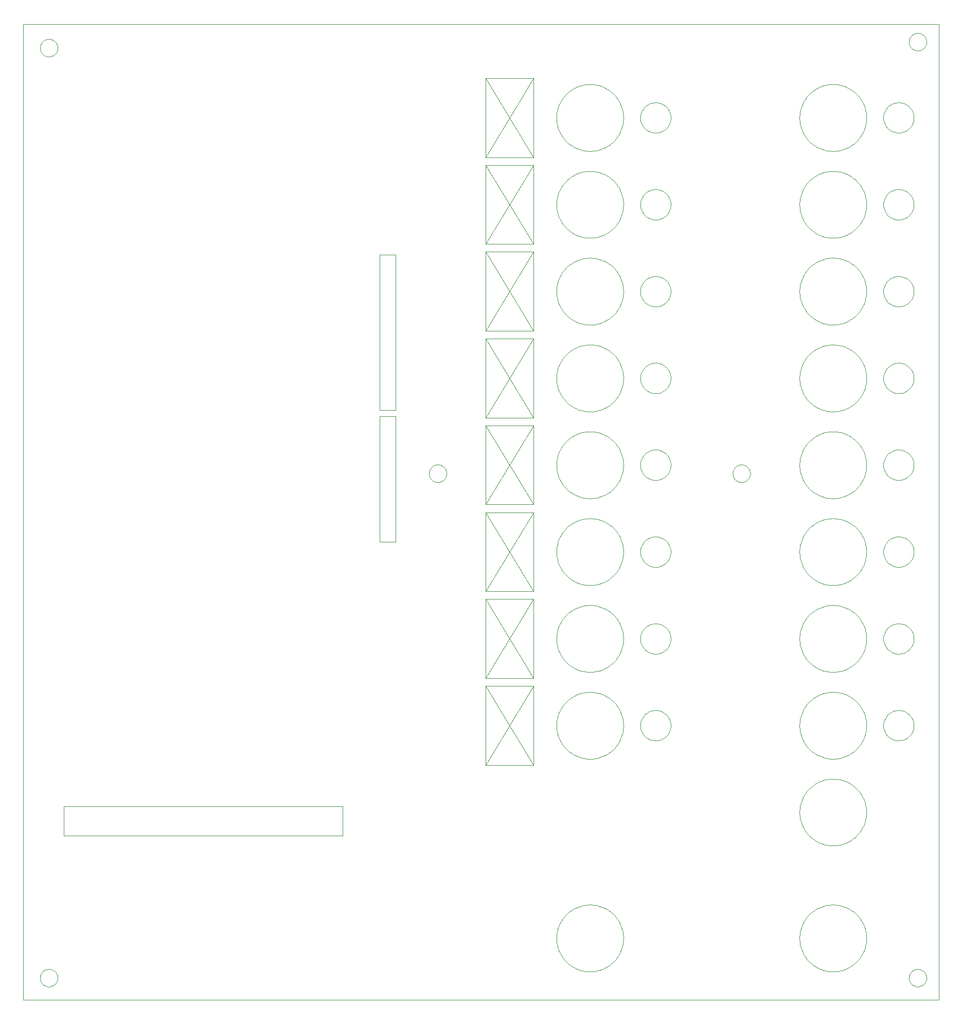
<source format=gm1>
G04*
G04 #@! TF.GenerationSoftware,Altium Limited,Altium Designer,24.4.1 (13)*
G04*
G04 Layer_Color=16711935*
%FSLAX25Y25*%
%MOIN*%
G70*
G04*
G04 #@! TF.SameCoordinates,870DF38A-AD74-42CB-99D2-8A797F58AB83*
G04*
G04*
G04 #@! TF.FilePolarity,Positive*
G04*
G01*
G75*
%ADD52C,0.00050*%
D52*
X471309Y340780D02*
X471222Y341771D01*
X470964Y342732D01*
X470544Y343634D01*
X469973Y344449D01*
X469269Y345153D01*
X468454Y345724D01*
X467552Y346144D01*
X466591Y346402D01*
X465600Y346488D01*
X464609Y346402D01*
X463648Y346144D01*
X462746Y345724D01*
X461931Y345153D01*
X461227Y344449D01*
X460656Y343634D01*
X460236Y342732D01*
X459978Y341771D01*
X459891Y340780D01*
X459978Y339788D01*
X460236Y338827D01*
X460656Y337925D01*
X461227Y337110D01*
X461931Y336407D01*
X462746Y335836D01*
X463648Y335415D01*
X464609Y335158D01*
X465600Y335071D01*
X466591Y335158D01*
X467552Y335415D01*
X468454Y335836D01*
X469269Y336407D01*
X469973Y337110D01*
X470544Y337925D01*
X470964Y338827D01*
X471222Y339788D01*
X471309Y340780D01*
X274458D02*
X274372Y341771D01*
X274114Y342732D01*
X273693Y343634D01*
X273123Y344449D01*
X272419Y345153D01*
X271604Y345724D01*
X270702Y346144D01*
X269741Y346402D01*
X268750Y346488D01*
X267758Y346402D01*
X266797Y346144D01*
X265895Y345724D01*
X265080Y345153D01*
X264376Y344449D01*
X263806Y343634D01*
X263385Y342732D01*
X263128Y341771D01*
X263041Y340780D01*
X263128Y339788D01*
X263385Y338827D01*
X263806Y337925D01*
X264376Y337110D01*
X265080Y336407D01*
X265895Y335836D01*
X266797Y335415D01*
X267758Y335158D01*
X268750Y335071D01*
X269741Y335158D01*
X270702Y335415D01*
X271604Y335836D01*
X272419Y336407D01*
X273123Y337110D01*
X273693Y337925D01*
X274114Y338827D01*
X274372Y339788D01*
X274458Y340780D01*
X585482Y620307D02*
X585395Y621299D01*
X585138Y622260D01*
X584717Y623162D01*
X584146Y623977D01*
X583443Y624680D01*
X582627Y625251D01*
X581726Y625672D01*
X580764Y625929D01*
X579773Y626016D01*
X578782Y625929D01*
X577821Y625672D01*
X576919Y625251D01*
X576104Y624680D01*
X575400Y623977D01*
X574829Y623162D01*
X574409Y622260D01*
X574151Y621299D01*
X574064Y620307D01*
X574151Y619316D01*
X574409Y618355D01*
X574829Y617453D01*
X575400Y616638D01*
X576104Y615934D01*
X576919Y615363D01*
X577821Y614943D01*
X578782Y614685D01*
X579773Y614599D01*
X580764Y614685D01*
X581726Y614943D01*
X582627Y615363D01*
X583443Y615934D01*
X584146Y616638D01*
X584717Y617453D01*
X585138Y618355D01*
X585395Y619316D01*
X585482Y620307D01*
Y14008D02*
X585395Y14999D01*
X585138Y15960D01*
X584717Y16862D01*
X584146Y17677D01*
X583443Y18381D01*
X582627Y18952D01*
X581726Y19372D01*
X580764Y19630D01*
X579773Y19717D01*
X578782Y19630D01*
X577821Y19372D01*
X576919Y18952D01*
X576104Y18381D01*
X575400Y17677D01*
X574829Y16862D01*
X574409Y15960D01*
X574151Y14999D01*
X574064Y14008D01*
X574151Y13017D01*
X574409Y12055D01*
X574829Y11154D01*
X575400Y10339D01*
X576104Y9635D01*
X576919Y9064D01*
X577821Y8644D01*
X578782Y8386D01*
X579773Y8299D01*
X580764Y8386D01*
X581726Y8644D01*
X582627Y9064D01*
X583443Y9635D01*
X584146Y10339D01*
X584717Y11154D01*
X585138Y12055D01*
X585395Y13017D01*
X585482Y14008D01*
X22490D02*
X22403Y14999D01*
X22145Y15960D01*
X21725Y16862D01*
X21154Y17677D01*
X20450Y18381D01*
X19635Y18952D01*
X18733Y19372D01*
X17772Y19630D01*
X16781Y19717D01*
X15790Y19630D01*
X14829Y19372D01*
X13927Y18952D01*
X13112Y18381D01*
X12408Y17677D01*
X11837Y16862D01*
X11417Y15960D01*
X11159Y14999D01*
X11072Y14008D01*
X11159Y13017D01*
X11417Y12055D01*
X11837Y11154D01*
X12408Y10339D01*
X13112Y9635D01*
X13927Y9064D01*
X14829Y8644D01*
X15790Y8386D01*
X16781Y8299D01*
X17772Y8386D01*
X18733Y8644D01*
X19635Y9064D01*
X20450Y9635D01*
X21154Y10339D01*
X21725Y11154D01*
X22145Y12055D01*
X22403Y13017D01*
X22490Y14008D01*
Y616370D02*
X22403Y617361D01*
X22145Y618323D01*
X21725Y619225D01*
X21154Y620040D01*
X20450Y620743D01*
X19635Y621314D01*
X18733Y621735D01*
X17772Y621992D01*
X16781Y622079D01*
X15790Y621992D01*
X14829Y621735D01*
X13927Y621314D01*
X13112Y620743D01*
X12408Y620040D01*
X11837Y619225D01*
X11417Y618323D01*
X11159Y617361D01*
X11072Y616370D01*
X11159Y615379D01*
X11417Y614418D01*
X11837Y613516D01*
X12408Y612701D01*
X13112Y611997D01*
X13927Y611426D01*
X14829Y611006D01*
X15790Y610748D01*
X16781Y610662D01*
X17772Y610748D01*
X18733Y611006D01*
X19635Y611426D01*
X20450Y611997D01*
X21154Y612701D01*
X21725Y613516D01*
X22145Y614418D01*
X22403Y615379D01*
X22490Y616370D01*
X419768Y177521D02*
X419718Y178516D01*
X419567Y179502D01*
X419317Y180467D01*
X418971Y181402D01*
X418532Y182297D01*
X418004Y183143D01*
X417394Y183932D01*
X416707Y184654D01*
X415951Y185304D01*
X415132Y185873D01*
X414261Y186357D01*
X413344Y186750D01*
X412393Y187049D01*
X411416Y187250D01*
X410425Y187350D01*
X409427D01*
X408435Y187250D01*
X407459Y187049D01*
X406508Y186750D01*
X405591Y186357D01*
X404720Y185873D01*
X403901Y185304D01*
X403145Y184654D01*
X402458Y183932D01*
X401848Y183143D01*
X401320Y182297D01*
X400881Y181402D01*
X400535Y180467D01*
X400285Y179502D01*
X400134Y178516D01*
X400083Y177521D01*
X400134Y176525D01*
X400285Y175539D01*
X400535Y174574D01*
X400881Y173639D01*
X401320Y172744D01*
X401848Y171898D01*
X402458Y171109D01*
X403145Y170387D01*
X403901Y169737D01*
X404720Y169168D01*
X405591Y168684D01*
X406508Y168291D01*
X407459Y167992D01*
X408436Y167791D01*
X409427Y167691D01*
X410425D01*
X411416Y167791D01*
X412393Y167992D01*
X413344Y168291D01*
X414261Y168684D01*
X415132Y169168D01*
X415951Y169737D01*
X416707Y170387D01*
X417394Y171109D01*
X418004Y171898D01*
X418532Y172744D01*
X418971Y173639D01*
X419317Y174574D01*
X419567Y175539D01*
X419718Y176525D01*
X419768Y177521D01*
X577249D02*
X577198Y178516D01*
X577047Y179502D01*
X576797Y180467D01*
X576451Y181402D01*
X576012Y182297D01*
X575485Y183143D01*
X574874Y183932D01*
X574187Y184654D01*
X573431Y185304D01*
X572613Y185873D01*
X571741Y186357D01*
X570825Y186750D01*
X569873Y187049D01*
X568897Y187250D01*
X567905Y187350D01*
X566908D01*
X565916Y187250D01*
X564939Y187049D01*
X563988Y186750D01*
X563072Y186357D01*
X562200Y185873D01*
X561382Y185304D01*
X560625Y184654D01*
X559938Y183932D01*
X559328Y183143D01*
X558801Y182297D01*
X558361Y181402D01*
X558015Y180467D01*
X557765Y179502D01*
X557614Y178516D01*
X557564Y177521D01*
X557614Y176525D01*
X557765Y175539D01*
X558015Y174574D01*
X558361Y173639D01*
X558801Y172744D01*
X559328Y171898D01*
X559938Y171109D01*
X560625Y170387D01*
X561382Y169737D01*
X562200Y169168D01*
X563072Y168684D01*
X563988Y168291D01*
X564939Y167992D01*
X565916Y167791D01*
X566908Y167691D01*
X567905D01*
X568897Y167791D01*
X569873Y167992D01*
X570825Y168291D01*
X571741Y168684D01*
X572613Y169168D01*
X573431Y169737D01*
X574188Y170387D01*
X574874Y171109D01*
X575485Y171898D01*
X576012Y172744D01*
X576451Y173639D01*
X576797Y174574D01*
X577047Y175539D01*
X577198Y176525D01*
X577249Y177521D01*
X419768Y233763D02*
X419718Y234759D01*
X419567Y235745D01*
X419317Y236710D01*
X418971Y237645D01*
X418532Y238540D01*
X418004Y239386D01*
X417394Y240175D01*
X416707Y240897D01*
X415951Y241547D01*
X415132Y242116D01*
X414261Y242600D01*
X413344Y242993D01*
X412393Y243292D01*
X411416Y243493D01*
X410425Y243593D01*
X409427D01*
X408435Y243493D01*
X407459Y243292D01*
X406508Y242993D01*
X405591Y242600D01*
X404720Y242116D01*
X403901Y241547D01*
X403145Y240897D01*
X402458Y240175D01*
X401848Y239386D01*
X401320Y238540D01*
X400881Y237645D01*
X400535Y236710D01*
X400285Y235745D01*
X400134Y234759D01*
X400083Y233763D01*
X400134Y232768D01*
X400285Y231782D01*
X400535Y230817D01*
X400881Y229882D01*
X401320Y228987D01*
X401848Y228141D01*
X402458Y227352D01*
X403145Y226630D01*
X403901Y225980D01*
X404720Y225411D01*
X405591Y224927D01*
X406508Y224534D01*
X407459Y224235D01*
X408436Y224034D01*
X409427Y223934D01*
X410425D01*
X411416Y224034D01*
X412393Y224235D01*
X413344Y224534D01*
X414261Y224927D01*
X415132Y225411D01*
X415951Y225980D01*
X416707Y226630D01*
X417394Y227352D01*
X418004Y228141D01*
X418532Y228987D01*
X418971Y229882D01*
X419317Y230817D01*
X419567Y231782D01*
X419718Y232768D01*
X419768Y233763D01*
X577249D02*
X577198Y234759D01*
X577047Y235745D01*
X576797Y236710D01*
X576451Y237645D01*
X576012Y238540D01*
X575485Y239386D01*
X574874Y240175D01*
X574187Y240897D01*
X573431Y241547D01*
X572613Y242116D01*
X571741Y242600D01*
X570825Y242993D01*
X569873Y243292D01*
X568897Y243493D01*
X567905Y243593D01*
X566908D01*
X565916Y243493D01*
X564939Y243292D01*
X563988Y242993D01*
X563072Y242600D01*
X562200Y242116D01*
X561382Y241547D01*
X560625Y240897D01*
X559938Y240175D01*
X559328Y239386D01*
X558801Y238540D01*
X558361Y237645D01*
X558015Y236710D01*
X557765Y235745D01*
X557614Y234759D01*
X557564Y233763D01*
X557614Y232768D01*
X557765Y231782D01*
X558015Y230817D01*
X558361Y229882D01*
X558801Y228987D01*
X559328Y228141D01*
X559938Y227352D01*
X560625Y226630D01*
X561382Y225980D01*
X562200Y225411D01*
X563072Y224927D01*
X563988Y224534D01*
X564939Y224235D01*
X565916Y224034D01*
X566908Y223934D01*
X567905D01*
X568897Y224034D01*
X569873Y224235D01*
X570825Y224534D01*
X571741Y224927D01*
X572613Y225411D01*
X573431Y225980D01*
X574188Y226630D01*
X574874Y227352D01*
X575485Y228141D01*
X576012Y228987D01*
X576451Y229882D01*
X576797Y230817D01*
X577047Y231782D01*
X577198Y232768D01*
X577249Y233763D01*
X419768Y290006D02*
X419718Y291002D01*
X419567Y291988D01*
X419317Y292953D01*
X418971Y293888D01*
X418532Y294783D01*
X418004Y295629D01*
X417394Y296417D01*
X416707Y297140D01*
X415951Y297790D01*
X415132Y298359D01*
X414261Y298843D01*
X413344Y299236D01*
X412393Y299535D01*
X411416Y299735D01*
X410425Y299836D01*
X409427D01*
X408435Y299735D01*
X407459Y299535D01*
X406508Y299236D01*
X405591Y298843D01*
X404720Y298359D01*
X403901Y297790D01*
X403145Y297140D01*
X402458Y296417D01*
X401848Y295629D01*
X401320Y294783D01*
X400881Y293888D01*
X400535Y292953D01*
X400285Y291988D01*
X400134Y291002D01*
X400083Y290006D01*
X400134Y289011D01*
X400285Y288025D01*
X400535Y287060D01*
X400881Y286125D01*
X401320Y285230D01*
X401848Y284384D01*
X402458Y283595D01*
X403145Y282873D01*
X403901Y282223D01*
X404720Y281654D01*
X405591Y281170D01*
X406508Y280777D01*
X407459Y280478D01*
X408436Y280277D01*
X409427Y280176D01*
X410425D01*
X411416Y280277D01*
X412393Y280478D01*
X413344Y280777D01*
X414261Y281170D01*
X415132Y281654D01*
X415951Y282223D01*
X416707Y282873D01*
X417394Y283595D01*
X418004Y284384D01*
X418532Y285230D01*
X418971Y286125D01*
X419317Y287060D01*
X419567Y288025D01*
X419718Y289011D01*
X419768Y290006D01*
X577249D02*
X577198Y291002D01*
X577047Y291988D01*
X576797Y292953D01*
X576451Y293888D01*
X576012Y294783D01*
X575485Y295629D01*
X574874Y296417D01*
X574187Y297140D01*
X573431Y297790D01*
X572613Y298359D01*
X571741Y298843D01*
X570825Y299236D01*
X569873Y299535D01*
X568897Y299735D01*
X567905Y299836D01*
X566908D01*
X565916Y299735D01*
X564939Y299535D01*
X563988Y299236D01*
X563072Y298843D01*
X562200Y298359D01*
X561382Y297790D01*
X560625Y297140D01*
X559938Y296417D01*
X559328Y295629D01*
X558801Y294783D01*
X558361Y293888D01*
X558015Y292953D01*
X557765Y291988D01*
X557614Y291002D01*
X557564Y290006D01*
X557614Y289011D01*
X557765Y288025D01*
X558015Y287060D01*
X558361Y286125D01*
X558801Y285230D01*
X559328Y284384D01*
X559938Y283595D01*
X560625Y282873D01*
X561382Y282223D01*
X562200Y281654D01*
X563072Y281170D01*
X563988Y280777D01*
X564939Y280478D01*
X565916Y280277D01*
X566908Y280176D01*
X567905D01*
X568897Y280277D01*
X569873Y280478D01*
X570825Y280777D01*
X571741Y281170D01*
X572613Y281654D01*
X573431Y282223D01*
X574188Y282873D01*
X574874Y283595D01*
X575485Y284384D01*
X576012Y285230D01*
X576451Y286125D01*
X576797Y287060D01*
X577047Y288025D01*
X577198Y289011D01*
X577249Y290006D01*
X419768Y346249D02*
X419718Y347245D01*
X419567Y348231D01*
X419317Y349196D01*
X418971Y350131D01*
X418532Y351026D01*
X418004Y351872D01*
X417394Y352660D01*
X416707Y353383D01*
X415951Y354033D01*
X415132Y354602D01*
X414261Y355086D01*
X413344Y355479D01*
X412393Y355778D01*
X411416Y355978D01*
X410425Y356079D01*
X409427D01*
X408435Y355978D01*
X407459Y355778D01*
X406508Y355479D01*
X405591Y355086D01*
X404720Y354602D01*
X403901Y354033D01*
X403145Y353383D01*
X402458Y352660D01*
X401848Y351872D01*
X401320Y351026D01*
X400881Y350131D01*
X400535Y349196D01*
X400285Y348231D01*
X400134Y347245D01*
X400083Y346249D01*
X400134Y345254D01*
X400285Y344268D01*
X400535Y343303D01*
X400881Y342368D01*
X401320Y341473D01*
X401848Y340627D01*
X402458Y339838D01*
X403145Y339116D01*
X403901Y338466D01*
X404720Y337897D01*
X405591Y337413D01*
X406508Y337019D01*
X407459Y336721D01*
X408436Y336520D01*
X409427Y336420D01*
X410425D01*
X411416Y336520D01*
X412393Y336721D01*
X413344Y337019D01*
X414261Y337413D01*
X415132Y337897D01*
X415951Y338466D01*
X416707Y339116D01*
X417394Y339838D01*
X418004Y340627D01*
X418532Y341473D01*
X418971Y342368D01*
X419317Y343303D01*
X419567Y344268D01*
X419718Y345254D01*
X419768Y346249D01*
X577249D02*
X577198Y347245D01*
X577047Y348231D01*
X576797Y349196D01*
X576451Y350131D01*
X576012Y351026D01*
X575485Y351872D01*
X574874Y352660D01*
X574187Y353383D01*
X573431Y354033D01*
X572613Y354602D01*
X571741Y355086D01*
X570825Y355479D01*
X569873Y355778D01*
X568897Y355978D01*
X567905Y356079D01*
X566908D01*
X565916Y355978D01*
X564939Y355778D01*
X563988Y355479D01*
X563072Y355086D01*
X562200Y354602D01*
X561382Y354033D01*
X560625Y353383D01*
X559938Y352660D01*
X559328Y351872D01*
X558801Y351026D01*
X558361Y350131D01*
X558015Y349196D01*
X557765Y348231D01*
X557614Y347245D01*
X557564Y346249D01*
X557614Y345254D01*
X557765Y344268D01*
X558015Y343303D01*
X558361Y342368D01*
X558801Y341473D01*
X559328Y340627D01*
X559938Y339838D01*
X560625Y339116D01*
X561382Y338466D01*
X562200Y337897D01*
X563072Y337413D01*
X563988Y337019D01*
X564939Y336721D01*
X565916Y336520D01*
X566908Y336420D01*
X567905D01*
X568897Y336520D01*
X569873Y336721D01*
X570825Y337019D01*
X571741Y337413D01*
X572613Y337897D01*
X573431Y338466D01*
X574188Y339116D01*
X574874Y339838D01*
X575485Y340627D01*
X576012Y341473D01*
X576451Y342368D01*
X576797Y343303D01*
X577047Y344268D01*
X577198Y345254D01*
X577249Y346249D01*
X419768Y402492D02*
X419718Y403488D01*
X419567Y404474D01*
X419317Y405439D01*
X418971Y406374D01*
X418532Y407269D01*
X418004Y408115D01*
X417394Y408904D01*
X416707Y409626D01*
X415951Y410276D01*
X415132Y410845D01*
X414261Y411329D01*
X413344Y411722D01*
X412393Y412021D01*
X411416Y412221D01*
X410425Y412322D01*
X409427D01*
X408435Y412221D01*
X407459Y412021D01*
X406508Y411722D01*
X405591Y411329D01*
X404720Y410845D01*
X403901Y410276D01*
X403145Y409626D01*
X402458Y408904D01*
X401848Y408115D01*
X401320Y407269D01*
X400881Y406374D01*
X400535Y405439D01*
X400285Y404474D01*
X400134Y403488D01*
X400083Y402492D01*
X400134Y401497D01*
X400285Y400511D01*
X400535Y399546D01*
X400881Y398611D01*
X401320Y397716D01*
X401848Y396870D01*
X402458Y396081D01*
X403145Y395358D01*
X403901Y394709D01*
X404720Y394140D01*
X405591Y393656D01*
X406508Y393263D01*
X407459Y392964D01*
X408436Y392763D01*
X409427Y392662D01*
X410425D01*
X411416Y392763D01*
X412393Y392964D01*
X413344Y393263D01*
X414261Y393656D01*
X415132Y394140D01*
X415951Y394709D01*
X416707Y395359D01*
X417394Y396081D01*
X418004Y396870D01*
X418532Y397716D01*
X418971Y398611D01*
X419317Y399546D01*
X419567Y400511D01*
X419718Y401497D01*
X419768Y402492D01*
X577249D02*
X577198Y403488D01*
X577047Y404474D01*
X576797Y405439D01*
X576451Y406374D01*
X576012Y407269D01*
X575485Y408115D01*
X574874Y408904D01*
X574187Y409626D01*
X573431Y410276D01*
X572613Y410845D01*
X571741Y411329D01*
X570825Y411722D01*
X569873Y412021D01*
X568897Y412221D01*
X567905Y412322D01*
X566908D01*
X565916Y412221D01*
X564939Y412021D01*
X563988Y411722D01*
X563072Y411329D01*
X562200Y410845D01*
X561382Y410276D01*
X560625Y409626D01*
X559938Y408904D01*
X559328Y408115D01*
X558801Y407269D01*
X558361Y406374D01*
X558015Y405439D01*
X557765Y404474D01*
X557614Y403488D01*
X557564Y402492D01*
X557614Y401497D01*
X557765Y400511D01*
X558015Y399546D01*
X558361Y398611D01*
X558801Y397716D01*
X559328Y396870D01*
X559938Y396081D01*
X560625Y395358D01*
X561382Y394709D01*
X562200Y394140D01*
X563072Y393656D01*
X563988Y393263D01*
X564939Y392964D01*
X565916Y392763D01*
X566908Y392662D01*
X567905D01*
X568897Y392763D01*
X569873Y392964D01*
X570825Y393263D01*
X571741Y393656D01*
X572613Y394140D01*
X573431Y394709D01*
X574188Y395359D01*
X574874Y396081D01*
X575485Y396870D01*
X576012Y397716D01*
X576451Y398611D01*
X576797Y399546D01*
X577047Y400511D01*
X577198Y401497D01*
X577249Y402492D01*
X419768Y458735D02*
X419718Y459731D01*
X419567Y460717D01*
X419317Y461682D01*
X418971Y462617D01*
X418532Y463512D01*
X418004Y464358D01*
X417394Y465146D01*
X416707Y465869D01*
X415951Y466518D01*
X415132Y467088D01*
X414261Y467572D01*
X413344Y467965D01*
X412393Y468264D01*
X411416Y468464D01*
X410425Y468565D01*
X409427D01*
X408435Y468464D01*
X407459Y468264D01*
X406508Y467965D01*
X405591Y467572D01*
X404720Y467088D01*
X403901Y466518D01*
X403145Y465869D01*
X402458Y465146D01*
X401848Y464358D01*
X401320Y463512D01*
X400881Y462617D01*
X400535Y461682D01*
X400285Y460717D01*
X400134Y459731D01*
X400083Y458735D01*
X400134Y457739D01*
X400285Y456754D01*
X400535Y455789D01*
X400881Y454854D01*
X401320Y453959D01*
X401848Y453113D01*
X402458Y452324D01*
X403145Y451602D01*
X403901Y450952D01*
X404720Y450383D01*
X405591Y449899D01*
X406508Y449506D01*
X407459Y449207D01*
X408436Y449006D01*
X409427Y448905D01*
X410425D01*
X411416Y449006D01*
X412393Y449207D01*
X413344Y449506D01*
X414261Y449899D01*
X415132Y450383D01*
X415951Y450952D01*
X416707Y451602D01*
X417394Y452324D01*
X418004Y453113D01*
X418532Y453959D01*
X418971Y454854D01*
X419317Y455789D01*
X419567Y456754D01*
X419718Y457740D01*
X419768Y458735D01*
X577249D02*
X577198Y459731D01*
X577047Y460717D01*
X576797Y461682D01*
X576451Y462617D01*
X576012Y463512D01*
X575485Y464358D01*
X574874Y465146D01*
X574187Y465869D01*
X573431Y466518D01*
X572613Y467088D01*
X571741Y467572D01*
X570825Y467965D01*
X569873Y468264D01*
X568897Y468464D01*
X567905Y468565D01*
X566908D01*
X565916Y468464D01*
X564939Y468264D01*
X563988Y467965D01*
X563072Y467572D01*
X562200Y467088D01*
X561382Y466518D01*
X560625Y465869D01*
X559938Y465146D01*
X559328Y464358D01*
X558801Y463512D01*
X558361Y462617D01*
X558015Y461682D01*
X557765Y460717D01*
X557614Y459731D01*
X557564Y458735D01*
X557614Y457739D01*
X557765Y456754D01*
X558015Y455789D01*
X558361Y454854D01*
X558801Y453959D01*
X559328Y453113D01*
X559938Y452324D01*
X560625Y451602D01*
X561382Y450952D01*
X562200Y450383D01*
X563072Y449899D01*
X563988Y449506D01*
X564939Y449207D01*
X565916Y449006D01*
X566908Y448905D01*
X567905D01*
X568897Y449006D01*
X569873Y449207D01*
X570825Y449506D01*
X571741Y449899D01*
X572613Y450383D01*
X573431Y450952D01*
X574188Y451602D01*
X574874Y452324D01*
X575485Y453113D01*
X576012Y453959D01*
X576451Y454854D01*
X576797Y455789D01*
X577047Y456754D01*
X577198Y457740D01*
X577249Y458735D01*
X419768Y514978D02*
X419718Y515974D01*
X419567Y516960D01*
X419317Y517925D01*
X418971Y518860D01*
X418532Y519755D01*
X418004Y520601D01*
X417394Y521389D01*
X416707Y522112D01*
X415951Y522761D01*
X415132Y523331D01*
X414261Y523815D01*
X413344Y524208D01*
X412393Y524507D01*
X411416Y524707D01*
X410425Y524808D01*
X409427D01*
X408435Y524707D01*
X407459Y524507D01*
X406508Y524208D01*
X405591Y523815D01*
X404720Y523331D01*
X403901Y522761D01*
X403145Y522112D01*
X402458Y521389D01*
X401848Y520601D01*
X401320Y519755D01*
X400881Y518860D01*
X400535Y517925D01*
X400285Y516960D01*
X400134Y515974D01*
X400083Y514978D01*
X400134Y513982D01*
X400285Y512997D01*
X400535Y512032D01*
X400881Y511097D01*
X401320Y510202D01*
X401848Y509356D01*
X402458Y508567D01*
X403145Y507844D01*
X403901Y507195D01*
X404720Y506626D01*
X405591Y506142D01*
X406508Y505748D01*
X407459Y505450D01*
X408436Y505249D01*
X409427Y505148D01*
X410425D01*
X411416Y505249D01*
X412393Y505450D01*
X413344Y505748D01*
X414261Y506142D01*
X415132Y506626D01*
X415951Y507195D01*
X416707Y507844D01*
X417394Y508567D01*
X418004Y509356D01*
X418532Y510202D01*
X418971Y511097D01*
X419317Y512032D01*
X419567Y512997D01*
X419718Y513983D01*
X419768Y514978D01*
X577249D02*
X577198Y515974D01*
X577047Y516960D01*
X576797Y517925D01*
X576451Y518860D01*
X576012Y519755D01*
X575485Y520601D01*
X574874Y521389D01*
X574187Y522112D01*
X573431Y522761D01*
X572613Y523331D01*
X571741Y523815D01*
X570825Y524208D01*
X569873Y524507D01*
X568897Y524707D01*
X567905Y524808D01*
X566908D01*
X565916Y524707D01*
X564939Y524507D01*
X563988Y524208D01*
X563072Y523815D01*
X562200Y523331D01*
X561382Y522761D01*
X560625Y522112D01*
X559938Y521389D01*
X559328Y520601D01*
X558801Y519755D01*
X558361Y518860D01*
X558015Y517925D01*
X557765Y516960D01*
X557614Y515974D01*
X557564Y514978D01*
X557614Y513982D01*
X557765Y512997D01*
X558015Y512032D01*
X558361Y511097D01*
X558801Y510202D01*
X559328Y509356D01*
X559938Y508567D01*
X560625Y507844D01*
X561382Y507195D01*
X562200Y506626D01*
X563072Y506142D01*
X563988Y505748D01*
X564939Y505450D01*
X565916Y505249D01*
X566908Y505148D01*
X567905D01*
X568897Y505249D01*
X569873Y505450D01*
X570825Y505748D01*
X571741Y506142D01*
X572613Y506626D01*
X573431Y507195D01*
X574188Y507844D01*
X574874Y508567D01*
X575485Y509356D01*
X576012Y510202D01*
X576451Y511097D01*
X576797Y512032D01*
X577047Y512997D01*
X577198Y513983D01*
X577249Y514978D01*
X419768Y571221D02*
X419718Y572217D01*
X419567Y573203D01*
X419317Y574168D01*
X418971Y575103D01*
X418532Y575998D01*
X418004Y576844D01*
X417394Y577632D01*
X416707Y578355D01*
X415951Y579004D01*
X415132Y579574D01*
X414261Y580058D01*
X413344Y580451D01*
X412393Y580750D01*
X411416Y580950D01*
X410425Y581051D01*
X409427D01*
X408435Y580950D01*
X407459Y580750D01*
X406508Y580451D01*
X405591Y580058D01*
X404720Y579574D01*
X403901Y579004D01*
X403145Y578355D01*
X402458Y577632D01*
X401848Y576844D01*
X401320Y575998D01*
X400881Y575103D01*
X400535Y574168D01*
X400285Y573203D01*
X400134Y572217D01*
X400083Y571221D01*
X400134Y570225D01*
X400285Y569240D01*
X400535Y568275D01*
X400881Y567340D01*
X401320Y566445D01*
X401848Y565598D01*
X402458Y564810D01*
X403145Y564087D01*
X403901Y563438D01*
X404720Y562868D01*
X405591Y562385D01*
X406508Y561991D01*
X407459Y561693D01*
X408436Y561492D01*
X409427Y561391D01*
X410425D01*
X411416Y561492D01*
X412393Y561693D01*
X413344Y561991D01*
X414261Y562385D01*
X415132Y562868D01*
X415951Y563438D01*
X416707Y564087D01*
X417394Y564810D01*
X418004Y565599D01*
X418532Y566445D01*
X418971Y567340D01*
X419317Y568275D01*
X419567Y569240D01*
X419718Y570225D01*
X419768Y571221D01*
X577249D02*
X577198Y572217D01*
X577047Y573203D01*
X576797Y574168D01*
X576451Y575103D01*
X576012Y575998D01*
X575485Y576844D01*
X574874Y577632D01*
X574187Y578355D01*
X573431Y579004D01*
X572613Y579574D01*
X571741Y580058D01*
X570825Y580451D01*
X569873Y580750D01*
X568897Y580950D01*
X567905Y581051D01*
X566908D01*
X565916Y580950D01*
X564939Y580750D01*
X563988Y580451D01*
X563072Y580058D01*
X562200Y579574D01*
X561382Y579004D01*
X560625Y578355D01*
X559938Y577632D01*
X559328Y576844D01*
X558801Y575998D01*
X558361Y575103D01*
X558015Y574168D01*
X557765Y573203D01*
X557614Y572217D01*
X557564Y571221D01*
X557614Y570225D01*
X557765Y569240D01*
X558015Y568275D01*
X558361Y567340D01*
X558801Y566445D01*
X559328Y565598D01*
X559938Y564810D01*
X560625Y564087D01*
X561382Y563438D01*
X562200Y562868D01*
X563072Y562385D01*
X563988Y561991D01*
X564939Y561693D01*
X565916Y561492D01*
X566908Y561391D01*
X567905D01*
X568897Y561492D01*
X569873Y561693D01*
X570825Y561991D01*
X571741Y562385D01*
X572613Y562868D01*
X573431Y563438D01*
X574188Y564087D01*
X574874Y564810D01*
X575485Y565599D01*
X576012Y566445D01*
X576451Y567340D01*
X576797Y568275D01*
X577047Y569240D01*
X577198Y570225D01*
X577249Y571221D01*
X546540Y121300D02*
X546517Y122300D01*
X546448Y123298D01*
X546333Y124292D01*
X546172Y125279D01*
X545965Y126258D01*
X545714Y127226D01*
X545418Y128181D01*
X545078Y129122D01*
X544695Y130046D01*
X544270Y130952D01*
X543804Y131837D01*
X543297Y132699D01*
X542751Y133537D01*
X542167Y134349D01*
X541545Y135133D01*
X540889Y135888D01*
X540198Y136611D01*
X539474Y137302D01*
X538720Y137959D01*
X537936Y138580D01*
X537124Y139164D01*
X536286Y139710D01*
X535423Y140217D01*
X534538Y140683D01*
X533633Y141109D01*
X532709Y141491D01*
X531768Y141831D01*
X530812Y142127D01*
X529844Y142378D01*
X528865Y142585D01*
X527878Y142746D01*
X526885Y142861D01*
X525887Y142930D01*
X524887Y142954D01*
X523887Y142930D01*
X522889Y142861D01*
X521895Y142746D01*
X520908Y142585D01*
X519929Y142378D01*
X518961Y142127D01*
X518005Y141831D01*
X517065Y141491D01*
X516140Y141109D01*
X515235Y140683D01*
X514350Y140217D01*
X513487Y139710D01*
X512649Y139164D01*
X511837Y138580D01*
X511053Y137959D01*
X510299Y137302D01*
X509575Y136611D01*
X508884Y135888D01*
X508228Y135133D01*
X507607Y134349D01*
X507022Y133537D01*
X506476Y132699D01*
X505970Y131837D01*
X505503Y130952D01*
X505078Y130046D01*
X504695Y129122D01*
X504356Y128181D01*
X504060Y127226D01*
X503808Y126258D01*
X503602Y125279D01*
X503441Y124292D01*
X503325Y123298D01*
X503256Y122300D01*
X503233Y121300D01*
X503256Y120300D01*
X503325Y119302D01*
X503441Y118308D01*
X503602Y117321D01*
X503808Y116342D01*
X504060Y115374D01*
X504356Y114419D01*
X504695Y113478D01*
X505078Y112554D01*
X505503Y111648D01*
X505970Y110763D01*
X506476Y109901D01*
X507022Y109063D01*
X507607Y108251D01*
X508228Y107467D01*
X508884Y106712D01*
X509575Y105989D01*
X510299Y105298D01*
X511053Y104641D01*
X511837Y104020D01*
X512649Y103436D01*
X513487Y102890D01*
X514350Y102383D01*
X515235Y101917D01*
X516140Y101491D01*
X517065Y101109D01*
X518005Y100769D01*
X518961Y100473D01*
X519929Y100222D01*
X520908Y100015D01*
X521895Y99854D01*
X522889Y99739D01*
X523887Y99670D01*
X524887Y99647D01*
X525887Y99670D01*
X526885Y99739D01*
X527878Y99854D01*
X528865Y100015D01*
X529844Y100222D01*
X530813Y100473D01*
X531768Y100769D01*
X532709Y101109D01*
X533633Y101491D01*
X534539Y101917D01*
X535423Y102383D01*
X536286Y102890D01*
X537124Y103436D01*
X537936Y104020D01*
X538720Y104641D01*
X539475Y105298D01*
X540198Y105989D01*
X540889Y106712D01*
X541545Y107467D01*
X542167Y108251D01*
X542751Y109063D01*
X543297Y109901D01*
X543804Y110763D01*
X544270Y111648D01*
X544695Y112554D01*
X545078Y113478D01*
X545418Y114419D01*
X545714Y115374D01*
X545965Y116343D01*
X546172Y117321D01*
X546333Y118309D01*
X546448Y119302D01*
X546517Y120300D01*
X546540Y121300D01*
Y177521D02*
X546517Y178521D01*
X546448Y179518D01*
X546333Y180512D01*
X546172Y181499D01*
X545965Y182478D01*
X545714Y183446D01*
X545418Y184402D01*
X545078Y185343D01*
X544695Y186267D01*
X544270Y187172D01*
X543804Y188057D01*
X543297Y188920D01*
X542751Y189758D01*
X542167Y190570D01*
X541545Y191354D01*
X540889Y192108D01*
X540198Y192832D01*
X539474Y193523D01*
X538720Y194179D01*
X537936Y194800D01*
X537124Y195385D01*
X536286Y195931D01*
X535423Y196438D01*
X534538Y196904D01*
X533633Y197329D01*
X532709Y197712D01*
X531768Y198052D01*
X530812Y198347D01*
X529844Y198599D01*
X528865Y198805D01*
X527878Y198966D01*
X526885Y199082D01*
X525887Y199151D01*
X524887Y199174D01*
X523887Y199151D01*
X522889Y199082D01*
X521895Y198966D01*
X520908Y198805D01*
X519929Y198599D01*
X518961Y198347D01*
X518005Y198052D01*
X517065Y197712D01*
X516140Y197329D01*
X515235Y196904D01*
X514350Y196438D01*
X513487Y195931D01*
X512649Y195385D01*
X511837Y194800D01*
X511053Y194179D01*
X510299Y193523D01*
X509575Y192832D01*
X508884Y192108D01*
X508228Y191354D01*
X507607Y190570D01*
X507022Y189758D01*
X506476Y188920D01*
X505970Y188057D01*
X505503Y187172D01*
X505078Y186267D01*
X504695Y185343D01*
X504356Y184402D01*
X504060Y183446D01*
X503808Y182478D01*
X503602Y181499D01*
X503441Y180512D01*
X503325Y179518D01*
X503256Y178521D01*
X503233Y177520D01*
X503256Y176520D01*
X503325Y175522D01*
X503441Y174529D01*
X503602Y173542D01*
X503808Y172563D01*
X504060Y171595D01*
X504356Y170639D01*
X504695Y169698D01*
X505078Y168774D01*
X505503Y167869D01*
X505970Y166984D01*
X506476Y166121D01*
X507022Y165283D01*
X507607Y164471D01*
X508228Y163687D01*
X508884Y162933D01*
X509575Y162209D01*
X510299Y161518D01*
X511053Y160862D01*
X511837Y160240D01*
X512649Y159656D01*
X513487Y159110D01*
X514350Y158603D01*
X515235Y158137D01*
X516140Y157712D01*
X517065Y157329D01*
X518005Y156989D01*
X518961Y156693D01*
X519929Y156442D01*
X520908Y156236D01*
X521895Y156075D01*
X522889Y155959D01*
X523887Y155890D01*
X524887Y155867D01*
X525887Y155890D01*
X526885Y155959D01*
X527878Y156075D01*
X528865Y156236D01*
X529844Y156442D01*
X530813Y156694D01*
X531768Y156990D01*
X532709Y157329D01*
X533633Y157712D01*
X534539Y158137D01*
X535423Y158604D01*
X536286Y159110D01*
X537124Y159656D01*
X537936Y160241D01*
X538720Y160862D01*
X539475Y161518D01*
X540198Y162209D01*
X540889Y162933D01*
X541545Y163687D01*
X542167Y164471D01*
X542751Y165283D01*
X543297Y166121D01*
X543804Y166984D01*
X544270Y167869D01*
X544695Y168774D01*
X545078Y169698D01*
X545418Y170639D01*
X545714Y171595D01*
X545965Y172563D01*
X546172Y173542D01*
X546333Y174529D01*
X546448Y175523D01*
X546517Y176521D01*
X546540Y177521D01*
X546517Y178521D01*
X546448Y179518D01*
X546333Y180512D01*
X546172Y181499D01*
X545965Y182478D01*
X545714Y183446D01*
X545418Y184402D01*
X545078Y185343D01*
X544695Y186267D01*
X544270Y187172D01*
X543804Y188057D01*
X543297Y188920D01*
X542751Y189758D01*
X542167Y190570D01*
X541545Y191354D01*
X540889Y192108D01*
X540198Y192832D01*
X539474Y193523D01*
X538720Y194179D01*
X537936Y194800D01*
X537124Y195385D01*
X536286Y195931D01*
X535423Y196438D01*
X534538Y196904D01*
X533633Y197329D01*
X532709Y197712D01*
X531768Y198052D01*
X530812Y198347D01*
X529844Y198599D01*
X528865Y198805D01*
X527878Y198966D01*
X526885Y199082D01*
X525887Y199151D01*
X524887Y199174D01*
X523887Y199151D01*
X522889Y199082D01*
X521895Y198966D01*
X520908Y198805D01*
X519929Y198599D01*
X518961Y198347D01*
X518005Y198052D01*
X517065Y197712D01*
X516140Y197329D01*
X515235Y196904D01*
X514350Y196438D01*
X513487Y195931D01*
X512649Y195385D01*
X511837Y194800D01*
X511053Y194179D01*
X510299Y193523D01*
X509575Y192832D01*
X508884Y192108D01*
X508228Y191354D01*
X507607Y190570D01*
X507022Y189758D01*
X506476Y188920D01*
X505970Y188057D01*
X505503Y187172D01*
X505078Y186267D01*
X504695Y185343D01*
X504356Y184402D01*
X504060Y183446D01*
X503808Y182478D01*
X503602Y181499D01*
X503441Y180512D01*
X503325Y179518D01*
X503256Y178521D01*
X503233Y177520D01*
X503256Y176520D01*
X503325Y175522D01*
X503441Y174529D01*
X503602Y173542D01*
X503808Y172563D01*
X504060Y171595D01*
X504356Y170639D01*
X504695Y169698D01*
X505078Y168774D01*
X505503Y167869D01*
X505970Y166984D01*
X506476Y166121D01*
X507022Y165283D01*
X507607Y164471D01*
X508228Y163687D01*
X508884Y162933D01*
X509575Y162209D01*
X510299Y161518D01*
X511053Y160862D01*
X511837Y160240D01*
X512649Y159656D01*
X513487Y159110D01*
X514350Y158603D01*
X515235Y158137D01*
X516140Y157712D01*
X517065Y157329D01*
X518005Y156989D01*
X518961Y156693D01*
X519929Y156442D01*
X520908Y156236D01*
X521895Y156075D01*
X522889Y155959D01*
X523887Y155890D01*
X524887Y155867D01*
X525887Y155890D01*
X526885Y155959D01*
X527878Y156075D01*
X528865Y156236D01*
X529844Y156442D01*
X530813Y156694D01*
X531768Y156990D01*
X532709Y157329D01*
X533633Y157712D01*
X534539Y158137D01*
X535423Y158604D01*
X536286Y159110D01*
X537124Y159656D01*
X537936Y160241D01*
X538720Y160862D01*
X539475Y161518D01*
X540198Y162209D01*
X540889Y162933D01*
X541545Y163687D01*
X542167Y164471D01*
X542751Y165283D01*
X543297Y166121D01*
X543804Y166984D01*
X544270Y167869D01*
X544695Y168774D01*
X545078Y169698D01*
X545418Y170639D01*
X545714Y171595D01*
X545965Y172563D01*
X546172Y173542D01*
X546333Y174529D01*
X546448Y175523D01*
X546517Y176521D01*
X546540Y177521D01*
Y39725D02*
X546517Y40725D01*
X546448Y41723D01*
X546333Y42717D01*
X546172Y43704D01*
X545965Y44683D01*
X545714Y45651D01*
X545418Y46606D01*
X545078Y47547D01*
X544695Y48472D01*
X544270Y49377D01*
X543804Y50262D01*
X543297Y51124D01*
X542751Y51962D01*
X542167Y52774D01*
X541545Y53558D01*
X540889Y54313D01*
X540198Y55037D01*
X539474Y55727D01*
X538720Y56384D01*
X537936Y57005D01*
X537124Y57589D01*
X536286Y58135D01*
X535423Y58642D01*
X534538Y59109D01*
X533633Y59534D01*
X532709Y59917D01*
X531768Y60256D01*
X530812Y60552D01*
X529844Y60804D01*
X528865Y61010D01*
X527878Y61171D01*
X526885Y61286D01*
X525887Y61356D01*
X524887Y61379D01*
X523887Y61356D01*
X522889Y61286D01*
X521895Y61171D01*
X520908Y61010D01*
X519929Y60804D01*
X518961Y60552D01*
X518005Y60256D01*
X517065Y59917D01*
X516140Y59534D01*
X515235Y59109D01*
X514350Y58642D01*
X513487Y58135D01*
X512649Y57589D01*
X511837Y57005D01*
X511053Y56384D01*
X510299Y55727D01*
X509575Y55037D01*
X508884Y54313D01*
X508228Y53558D01*
X507607Y52774D01*
X507022Y51962D01*
X506476Y51124D01*
X505970Y50262D01*
X505503Y49377D01*
X505078Y48472D01*
X504695Y47547D01*
X504356Y46606D01*
X504060Y45651D01*
X503808Y44683D01*
X503602Y43704D01*
X503441Y42717D01*
X503325Y41723D01*
X503256Y40725D01*
X503233Y39725D01*
X503256Y38725D01*
X503325Y37727D01*
X503441Y36734D01*
X503602Y35746D01*
X503808Y34768D01*
X504060Y33799D01*
X504356Y32844D01*
X504695Y31903D01*
X505078Y30979D01*
X505503Y30073D01*
X505970Y29188D01*
X506476Y28326D01*
X507022Y27488D01*
X507607Y26676D01*
X508228Y25892D01*
X508884Y25137D01*
X509575Y24414D01*
X510299Y23723D01*
X511053Y23066D01*
X511837Y22445D01*
X512649Y21861D01*
X513487Y21315D01*
X514350Y20808D01*
X515235Y20342D01*
X516140Y19917D01*
X517065Y19534D01*
X518005Y19194D01*
X518961Y18898D01*
X519929Y18647D01*
X520908Y18440D01*
X521895Y18279D01*
X522889Y18164D01*
X523887Y18095D01*
X524887Y18072D01*
X525887Y18095D01*
X526885Y18164D01*
X527878Y18279D01*
X528865Y18440D01*
X529844Y18647D01*
X530813Y18898D01*
X531768Y19194D01*
X532709Y19534D01*
X533633Y19917D01*
X534539Y20342D01*
X535423Y20808D01*
X536286Y21315D01*
X537124Y21861D01*
X537936Y22445D01*
X538720Y23066D01*
X539475Y23723D01*
X540198Y24414D01*
X540889Y25137D01*
X541545Y25892D01*
X542167Y26676D01*
X542751Y27488D01*
X543297Y28326D01*
X543804Y29189D01*
X544270Y30073D01*
X544695Y30979D01*
X545078Y31903D01*
X545418Y32844D01*
X545714Y33800D01*
X545965Y34768D01*
X546172Y35746D01*
X546333Y36734D01*
X546448Y37727D01*
X546517Y38725D01*
X546540Y39725D01*
X389060D02*
X389037Y40725D01*
X388967Y41723D01*
X388852Y42717D01*
X388691Y43704D01*
X388485Y44683D01*
X388233Y45651D01*
X387937Y46606D01*
X387598Y47547D01*
X387215Y48472D01*
X386790Y49377D01*
X386323Y50262D01*
X385817Y51124D01*
X385270Y51962D01*
X384686Y52774D01*
X384065Y53558D01*
X383408Y54313D01*
X382718Y55037D01*
X381994Y55727D01*
X381240Y56384D01*
X380455Y57005D01*
X379644Y57589D01*
X378805Y58135D01*
X377943Y58642D01*
X377058Y59109D01*
X376153Y59534D01*
X375229Y59917D01*
X374288Y60256D01*
X373332Y60552D01*
X372364Y60804D01*
X371385Y61010D01*
X370398Y61171D01*
X369404Y61286D01*
X368406Y61356D01*
X367406Y61379D01*
X366406Y61356D01*
X365408Y61286D01*
X364415Y61171D01*
X363427Y61010D01*
X362449Y60804D01*
X361480Y60552D01*
X360525Y60256D01*
X359584Y59917D01*
X358660Y59534D01*
X357754Y59109D01*
X356870Y58642D01*
X356007Y58135D01*
X355169Y57589D01*
X354357Y57005D01*
X353573Y56384D01*
X352818Y55727D01*
X352095Y55037D01*
X351404Y54313D01*
X350747Y53558D01*
X350126Y52774D01*
X349542Y51962D01*
X348996Y51124D01*
X348489Y50262D01*
X348023Y49377D01*
X347598Y48472D01*
X347215Y47547D01*
X346875Y46606D01*
X346579Y45651D01*
X346328Y44683D01*
X346121Y43704D01*
X345960Y42717D01*
X345845Y41723D01*
X345776Y40725D01*
X345753Y39725D01*
X345776Y38725D01*
X345845Y37727D01*
X345960Y36734D01*
X346122Y35746D01*
X346328Y34768D01*
X346579Y33799D01*
X346875Y32844D01*
X347215Y31903D01*
X347598Y30979D01*
X348023Y30073D01*
X348489Y29188D01*
X348996Y28326D01*
X349542Y27488D01*
X350126Y26676D01*
X350747Y25892D01*
X351404Y25137D01*
X352095Y24414D01*
X352818Y23723D01*
X353573Y23066D01*
X354357Y22445D01*
X355169Y21861D01*
X356007Y21315D01*
X356870Y20808D01*
X357754Y20342D01*
X358660Y19917D01*
X359584Y19534D01*
X360525Y19194D01*
X361481Y18898D01*
X362449Y18647D01*
X363428Y18440D01*
X364415Y18279D01*
X365408Y18164D01*
X366406Y18095D01*
X367406Y18072D01*
X368406Y18095D01*
X369404Y18164D01*
X370398Y18279D01*
X371385Y18440D01*
X372364Y18647D01*
X373332Y18898D01*
X374288Y19194D01*
X375229Y19534D01*
X376153Y19917D01*
X377058Y20342D01*
X377943Y20808D01*
X378805Y21315D01*
X379644Y21861D01*
X380456Y22445D01*
X381240Y23066D01*
X381994Y23723D01*
X382718Y24414D01*
X383408Y25137D01*
X384065Y25892D01*
X384686Y26676D01*
X385271Y27488D01*
X385817Y28326D01*
X386323Y29189D01*
X386790Y30073D01*
X387215Y30979D01*
X387598Y31903D01*
X387937Y32844D01*
X388233Y33800D01*
X388485Y34768D01*
X388691Y35746D01*
X388852Y36734D01*
X388967Y37727D01*
X389037Y38725D01*
X389060Y39725D01*
X546540Y177521D02*
X546517Y178521D01*
X546448Y179518D01*
X546333Y180512D01*
X546172Y181499D01*
X545965Y182478D01*
X545714Y183446D01*
X545418Y184402D01*
X545078Y185343D01*
X544695Y186267D01*
X544270Y187172D01*
X543804Y188057D01*
X543297Y188920D01*
X542751Y189758D01*
X542167Y190570D01*
X541545Y191354D01*
X540889Y192108D01*
X540198Y192832D01*
X539474Y193523D01*
X538720Y194179D01*
X537936Y194800D01*
X537124Y195385D01*
X536286Y195931D01*
X535423Y196438D01*
X534538Y196904D01*
X533633Y197329D01*
X532709Y197712D01*
X531768Y198052D01*
X530812Y198347D01*
X529844Y198599D01*
X528865Y198805D01*
X527878Y198966D01*
X526885Y199082D01*
X525887Y199151D01*
X524887Y199174D01*
X523887Y199151D01*
X522889Y199082D01*
X521895Y198966D01*
X520908Y198805D01*
X519929Y198599D01*
X518961Y198347D01*
X518005Y198052D01*
X517065Y197712D01*
X516140Y197329D01*
X515235Y196904D01*
X514350Y196438D01*
X513487Y195931D01*
X512649Y195385D01*
X511837Y194800D01*
X511053Y194179D01*
X510299Y193523D01*
X509575Y192832D01*
X508884Y192108D01*
X508228Y191354D01*
X507607Y190570D01*
X507022Y189758D01*
X506476Y188920D01*
X505970Y188057D01*
X505503Y187172D01*
X505078Y186267D01*
X504695Y185343D01*
X504356Y184402D01*
X504060Y183446D01*
X503808Y182478D01*
X503602Y181499D01*
X503441Y180512D01*
X503325Y179518D01*
X503256Y178521D01*
X503233Y177520D01*
X503256Y176520D01*
X503325Y175522D01*
X503441Y174529D01*
X503602Y173542D01*
X503808Y172563D01*
X504060Y171595D01*
X504356Y170639D01*
X504695Y169698D01*
X505078Y168774D01*
X505503Y167869D01*
X505970Y166984D01*
X506476Y166121D01*
X507022Y165283D01*
X507607Y164471D01*
X508228Y163687D01*
X508884Y162933D01*
X509575Y162209D01*
X510299Y161518D01*
X511053Y160862D01*
X511837Y160240D01*
X512649Y159656D01*
X513487Y159110D01*
X514350Y158603D01*
X515235Y158137D01*
X516140Y157712D01*
X517065Y157329D01*
X518005Y156989D01*
X518961Y156693D01*
X519929Y156442D01*
X520908Y156236D01*
X521895Y156075D01*
X522889Y155959D01*
X523887Y155890D01*
X524887Y155867D01*
X525887Y155890D01*
X526885Y155959D01*
X527878Y156075D01*
X528865Y156236D01*
X529844Y156442D01*
X530813Y156694D01*
X531768Y156990D01*
X532709Y157329D01*
X533633Y157712D01*
X534539Y158137D01*
X535423Y158604D01*
X536286Y159110D01*
X537124Y159656D01*
X537936Y160241D01*
X538720Y160862D01*
X539475Y161518D01*
X540198Y162209D01*
X540889Y162933D01*
X541545Y163687D01*
X542167Y164471D01*
X542751Y165283D01*
X543297Y166121D01*
X543804Y166984D01*
X544270Y167869D01*
X544695Y168774D01*
X545078Y169698D01*
X545418Y170639D01*
X545714Y171595D01*
X545965Y172563D01*
X546172Y173542D01*
X546333Y174529D01*
X546448Y175523D01*
X546517Y176521D01*
X546540Y177521D01*
X389060D02*
X389037Y178521D01*
X388967Y179518D01*
X388852Y180512D01*
X388691Y181499D01*
X388485Y182478D01*
X388233Y183446D01*
X387937Y184402D01*
X387598Y185343D01*
X387215Y186267D01*
X386790Y187172D01*
X386323Y188057D01*
X385817Y188920D01*
X385270Y189758D01*
X384686Y190570D01*
X384065Y191354D01*
X383408Y192108D01*
X382718Y192832D01*
X381994Y193523D01*
X381240Y194179D01*
X380455Y194800D01*
X379644Y195385D01*
X378805Y195931D01*
X377943Y196438D01*
X377058Y196904D01*
X376153Y197329D01*
X375229Y197712D01*
X374288Y198052D01*
X373332Y198347D01*
X372364Y198599D01*
X371385Y198805D01*
X370398Y198966D01*
X369404Y199082D01*
X368406Y199151D01*
X367406Y199174D01*
X366406Y199151D01*
X365408Y199082D01*
X364415Y198966D01*
X363427Y198805D01*
X362449Y198599D01*
X361480Y198347D01*
X360525Y198052D01*
X359584Y197712D01*
X358660Y197329D01*
X357754Y196904D01*
X356870Y196438D01*
X356007Y195931D01*
X355169Y195385D01*
X354357Y194800D01*
X353573Y194179D01*
X352818Y193523D01*
X352095Y192832D01*
X351404Y192108D01*
X350747Y191354D01*
X350126Y190570D01*
X349542Y189758D01*
X348996Y188920D01*
X348489Y188057D01*
X348023Y187172D01*
X347598Y186267D01*
X347215Y185343D01*
X346875Y184402D01*
X346579Y183446D01*
X346328Y182478D01*
X346121Y181499D01*
X345960Y180512D01*
X345845Y179518D01*
X345776Y178521D01*
X345753Y177520D01*
X345776Y176520D01*
X345845Y175522D01*
X345960Y174529D01*
X346122Y173542D01*
X346328Y172563D01*
X346579Y171595D01*
X346875Y170639D01*
X347215Y169698D01*
X347598Y168774D01*
X348023Y167869D01*
X348489Y166984D01*
X348996Y166121D01*
X349542Y165283D01*
X350126Y164471D01*
X350747Y163687D01*
X351404Y162933D01*
X352095Y162209D01*
X352818Y161518D01*
X353573Y160862D01*
X354357Y160240D01*
X355169Y159656D01*
X356007Y159110D01*
X356870Y158603D01*
X357754Y158137D01*
X358660Y157712D01*
X359584Y157329D01*
X360525Y156989D01*
X361481Y156693D01*
X362449Y156442D01*
X363428Y156236D01*
X364415Y156075D01*
X365408Y155959D01*
X366406Y155890D01*
X367406Y155867D01*
X368406Y155890D01*
X369404Y155959D01*
X370398Y156075D01*
X371385Y156236D01*
X372364Y156442D01*
X373332Y156694D01*
X374288Y156990D01*
X375229Y157329D01*
X376153Y157712D01*
X377058Y158137D01*
X377943Y158604D01*
X378805Y159110D01*
X379644Y159656D01*
X380456Y160241D01*
X381240Y160862D01*
X381994Y161518D01*
X382718Y162209D01*
X383408Y162933D01*
X384065Y163687D01*
X384686Y164471D01*
X385271Y165283D01*
X385817Y166121D01*
X386323Y166984D01*
X386790Y167869D01*
X387215Y168774D01*
X387598Y169698D01*
X387937Y170639D01*
X388233Y171595D01*
X388485Y172563D01*
X388691Y173542D01*
X388852Y174529D01*
X388967Y175523D01*
X389037Y176521D01*
X389060Y177521D01*
X546540Y233763D02*
X546517Y234764D01*
X546448Y235761D01*
X546333Y236755D01*
X546172Y237742D01*
X545965Y238721D01*
X545714Y239689D01*
X545418Y240645D01*
X545078Y241586D01*
X544695Y242510D01*
X544270Y243415D01*
X543804Y244300D01*
X543297Y245163D01*
X542751Y246001D01*
X542167Y246813D01*
X541545Y247597D01*
X540889Y248351D01*
X540198Y249075D01*
X539474Y249766D01*
X538720Y250422D01*
X537936Y251043D01*
X537124Y251628D01*
X536286Y252174D01*
X535423Y252680D01*
X534538Y253147D01*
X533633Y253572D01*
X532709Y253955D01*
X531768Y254294D01*
X530812Y254590D01*
X529844Y254842D01*
X528865Y255048D01*
X527878Y255209D01*
X526885Y255325D01*
X525887Y255394D01*
X524887Y255417D01*
X523887Y255394D01*
X522889Y255325D01*
X521895Y255209D01*
X520908Y255048D01*
X519929Y254842D01*
X518961Y254590D01*
X518005Y254294D01*
X517065Y253955D01*
X516140Y253572D01*
X515235Y253147D01*
X514350Y252680D01*
X513487Y252174D01*
X512649Y251628D01*
X511837Y251043D01*
X511053Y250422D01*
X510299Y249766D01*
X509575Y249075D01*
X508884Y248351D01*
X508228Y247597D01*
X507607Y246813D01*
X507022Y246001D01*
X506476Y245163D01*
X505970Y244300D01*
X505503Y243415D01*
X505078Y242510D01*
X504695Y241586D01*
X504356Y240645D01*
X504060Y239689D01*
X503808Y238721D01*
X503602Y237742D01*
X503441Y236755D01*
X503325Y235761D01*
X503256Y234763D01*
X503233Y233763D01*
X503256Y232763D01*
X503325Y231766D01*
X503441Y230772D01*
X503602Y229785D01*
X503808Y228806D01*
X504060Y227838D01*
X504356Y226882D01*
X504695Y225941D01*
X505078Y225017D01*
X505503Y224112D01*
X505970Y223227D01*
X506476Y222364D01*
X507022Y221526D01*
X507607Y220714D01*
X508228Y219930D01*
X508884Y219176D01*
X509575Y218452D01*
X510299Y217761D01*
X511053Y217105D01*
X511837Y216483D01*
X512649Y215899D01*
X513487Y215353D01*
X514350Y214846D01*
X515235Y214380D01*
X516140Y213955D01*
X517065Y213572D01*
X518005Y213232D01*
X518961Y212936D01*
X519929Y212685D01*
X520908Y212479D01*
X521895Y212317D01*
X522889Y212202D01*
X523887Y212133D01*
X524887Y212110D01*
X525887Y212133D01*
X526885Y212202D01*
X527878Y212317D01*
X528865Y212479D01*
X529844Y212685D01*
X530813Y212936D01*
X531768Y213232D01*
X532709Y213572D01*
X533633Y213955D01*
X534539Y214380D01*
X535423Y214846D01*
X536286Y215353D01*
X537124Y215899D01*
X537936Y216484D01*
X538720Y217105D01*
X539475Y217761D01*
X540198Y218452D01*
X540889Y219176D01*
X541545Y219930D01*
X542167Y220714D01*
X542751Y221526D01*
X543297Y222364D01*
X543804Y223227D01*
X544270Y224112D01*
X544695Y225017D01*
X545078Y225941D01*
X545418Y226882D01*
X545714Y227838D01*
X545965Y228806D01*
X546172Y229785D01*
X546333Y230772D01*
X546448Y231766D01*
X546517Y232764D01*
X546540Y233763D01*
X389060D02*
X389037Y234764D01*
X388967Y235761D01*
X388852Y236755D01*
X388691Y237742D01*
X388485Y238721D01*
X388233Y239689D01*
X387937Y240645D01*
X387598Y241586D01*
X387215Y242510D01*
X386790Y243415D01*
X386323Y244300D01*
X385817Y245163D01*
X385270Y246001D01*
X384686Y246813D01*
X384065Y247597D01*
X383408Y248351D01*
X382718Y249075D01*
X381994Y249766D01*
X381240Y250422D01*
X380455Y251043D01*
X379644Y251628D01*
X378805Y252174D01*
X377943Y252680D01*
X377058Y253147D01*
X376153Y253572D01*
X375229Y253955D01*
X374288Y254294D01*
X373332Y254590D01*
X372364Y254842D01*
X371385Y255048D01*
X370398Y255209D01*
X369404Y255325D01*
X368406Y255394D01*
X367406Y255417D01*
X366406Y255394D01*
X365408Y255325D01*
X364415Y255209D01*
X363427Y255048D01*
X362449Y254842D01*
X361480Y254590D01*
X360525Y254294D01*
X359584Y253955D01*
X358660Y253572D01*
X357754Y253147D01*
X356870Y252680D01*
X356007Y252174D01*
X355169Y251628D01*
X354357Y251043D01*
X353573Y250422D01*
X352818Y249766D01*
X352095Y249075D01*
X351404Y248351D01*
X350747Y247597D01*
X350126Y246813D01*
X349542Y246001D01*
X348996Y245163D01*
X348489Y244300D01*
X348023Y243415D01*
X347598Y242510D01*
X347215Y241586D01*
X346875Y240645D01*
X346579Y239689D01*
X346328Y238721D01*
X346121Y237742D01*
X345960Y236755D01*
X345845Y235761D01*
X345776Y234763D01*
X345753Y233763D01*
X345776Y232763D01*
X345845Y231766D01*
X345960Y230772D01*
X346122Y229785D01*
X346328Y228806D01*
X346579Y227838D01*
X346875Y226882D01*
X347215Y225941D01*
X347598Y225017D01*
X348023Y224112D01*
X348489Y223227D01*
X348996Y222364D01*
X349542Y221526D01*
X350126Y220714D01*
X350747Y219930D01*
X351404Y219176D01*
X352095Y218452D01*
X352818Y217761D01*
X353573Y217105D01*
X354357Y216483D01*
X355169Y215899D01*
X356007Y215353D01*
X356870Y214846D01*
X357754Y214380D01*
X358660Y213955D01*
X359584Y213572D01*
X360525Y213232D01*
X361481Y212936D01*
X362449Y212685D01*
X363428Y212479D01*
X364415Y212317D01*
X365408Y212202D01*
X366406Y212133D01*
X367406Y212110D01*
X368406Y212133D01*
X369404Y212202D01*
X370398Y212317D01*
X371385Y212479D01*
X372364Y212685D01*
X373332Y212936D01*
X374288Y213232D01*
X375229Y213572D01*
X376153Y213955D01*
X377058Y214380D01*
X377943Y214846D01*
X378805Y215353D01*
X379644Y215899D01*
X380456Y216484D01*
X381240Y217105D01*
X381994Y217761D01*
X382718Y218452D01*
X383408Y219176D01*
X384065Y219930D01*
X384686Y220714D01*
X385271Y221526D01*
X385817Y222364D01*
X386323Y223227D01*
X386790Y224112D01*
X387215Y225017D01*
X387598Y225941D01*
X387937Y226882D01*
X388233Y227838D01*
X388485Y228806D01*
X388691Y229785D01*
X388852Y230772D01*
X388967Y231766D01*
X389037Y232764D01*
X389060Y233763D01*
X546540Y290006D02*
X546517Y291006D01*
X546448Y292004D01*
X546333Y292998D01*
X546172Y293985D01*
X545965Y294964D01*
X545714Y295932D01*
X545418Y296888D01*
X545078Y297829D01*
X544695Y298753D01*
X544270Y299658D01*
X543804Y300543D01*
X543297Y301406D01*
X542751Y302244D01*
X542167Y303056D01*
X541545Y303840D01*
X540889Y304594D01*
X540198Y305318D01*
X539474Y306009D01*
X538720Y306665D01*
X537936Y307286D01*
X537124Y307871D01*
X536286Y308417D01*
X535423Y308923D01*
X534538Y309390D01*
X533633Y309815D01*
X532709Y310198D01*
X531768Y310537D01*
X530812Y310833D01*
X529844Y311085D01*
X528865Y311291D01*
X527878Y311452D01*
X526885Y311568D01*
X525887Y311637D01*
X524887Y311660D01*
X523887Y311637D01*
X522889Y311568D01*
X521895Y311452D01*
X520908Y311291D01*
X519929Y311085D01*
X518961Y310833D01*
X518005Y310537D01*
X517065Y310198D01*
X516140Y309815D01*
X515235Y309390D01*
X514350Y308923D01*
X513487Y308417D01*
X512649Y307871D01*
X511837Y307286D01*
X511053Y306665D01*
X510299Y306009D01*
X509575Y305318D01*
X508884Y304594D01*
X508228Y303840D01*
X507607Y303056D01*
X507022Y302244D01*
X506476Y301406D01*
X505970Y300543D01*
X505503Y299658D01*
X505078Y298753D01*
X504695Y297829D01*
X504356Y296888D01*
X504060Y295932D01*
X503808Y294964D01*
X503602Y293985D01*
X503441Y292998D01*
X503325Y292004D01*
X503256Y291006D01*
X503233Y290006D01*
X503256Y289006D01*
X503325Y288008D01*
X503441Y287015D01*
X503602Y286028D01*
X503808Y285049D01*
X504060Y284081D01*
X504356Y283125D01*
X504695Y282184D01*
X505078Y281260D01*
X505503Y280355D01*
X505970Y279470D01*
X506476Y278607D01*
X507022Y277769D01*
X507607Y276957D01*
X508228Y276173D01*
X508884Y275418D01*
X509575Y274695D01*
X510299Y274004D01*
X511053Y273348D01*
X511837Y272726D01*
X512649Y272142D01*
X513487Y271596D01*
X514350Y271089D01*
X515235Y270623D01*
X516140Y270198D01*
X517065Y269815D01*
X518005Y269475D01*
X518961Y269179D01*
X519929Y268928D01*
X520908Y268722D01*
X521895Y268561D01*
X522889Y268445D01*
X523887Y268376D01*
X524887Y268353D01*
X525887Y268376D01*
X526885Y268445D01*
X527878Y268561D01*
X528865Y268722D01*
X529844Y268928D01*
X530813Y269180D01*
X531768Y269475D01*
X532709Y269815D01*
X533633Y270198D01*
X534539Y270623D01*
X535423Y271089D01*
X536286Y271596D01*
X537124Y272142D01*
X537936Y272727D01*
X538720Y273348D01*
X539475Y274004D01*
X540198Y274695D01*
X540889Y275419D01*
X541545Y276173D01*
X542167Y276957D01*
X542751Y277769D01*
X543297Y278607D01*
X543804Y279470D01*
X544270Y280355D01*
X544695Y281260D01*
X545078Y282184D01*
X545418Y283125D01*
X545714Y284081D01*
X545965Y285049D01*
X546172Y286028D01*
X546333Y287015D01*
X546448Y288009D01*
X546517Y289006D01*
X546540Y290006D01*
X389060D02*
X389037Y291006D01*
X388967Y292004D01*
X388852Y292998D01*
X388691Y293985D01*
X388485Y294964D01*
X388233Y295932D01*
X387937Y296888D01*
X387598Y297829D01*
X387215Y298753D01*
X386790Y299658D01*
X386323Y300543D01*
X385817Y301406D01*
X385270Y302244D01*
X384686Y303056D01*
X384065Y303840D01*
X383408Y304594D01*
X382718Y305318D01*
X381994Y306009D01*
X381240Y306665D01*
X380455Y307286D01*
X379644Y307871D01*
X378805Y308417D01*
X377943Y308923D01*
X377058Y309390D01*
X376153Y309815D01*
X375229Y310198D01*
X374288Y310537D01*
X373332Y310833D01*
X372364Y311085D01*
X371385Y311291D01*
X370398Y311452D01*
X369404Y311568D01*
X368406Y311637D01*
X367406Y311660D01*
X366406Y311637D01*
X365408Y311568D01*
X364415Y311452D01*
X363427Y311291D01*
X362449Y311085D01*
X361480Y310833D01*
X360525Y310537D01*
X359584Y310198D01*
X358660Y309815D01*
X357754Y309390D01*
X356870Y308923D01*
X356007Y308417D01*
X355169Y307871D01*
X354357Y307286D01*
X353573Y306665D01*
X352818Y306009D01*
X352095Y305318D01*
X351404Y304594D01*
X350747Y303840D01*
X350126Y303056D01*
X349542Y302244D01*
X348996Y301406D01*
X348489Y300543D01*
X348023Y299658D01*
X347598Y298753D01*
X347215Y297829D01*
X346875Y296888D01*
X346579Y295932D01*
X346328Y294964D01*
X346121Y293985D01*
X345960Y292998D01*
X345845Y292004D01*
X345776Y291006D01*
X345753Y290006D01*
X345776Y289006D01*
X345845Y288008D01*
X345960Y287015D01*
X346122Y286028D01*
X346328Y285049D01*
X346579Y284081D01*
X346875Y283125D01*
X347215Y282184D01*
X347598Y281260D01*
X348023Y280355D01*
X348489Y279470D01*
X348996Y278607D01*
X349542Y277769D01*
X350126Y276957D01*
X350747Y276173D01*
X351404Y275418D01*
X352095Y274695D01*
X352818Y274004D01*
X353573Y273348D01*
X354357Y272726D01*
X355169Y272142D01*
X356007Y271596D01*
X356870Y271089D01*
X357754Y270623D01*
X358660Y270198D01*
X359584Y269815D01*
X360525Y269475D01*
X361481Y269179D01*
X362449Y268928D01*
X363428Y268722D01*
X364415Y268561D01*
X365408Y268445D01*
X366406Y268376D01*
X367406Y268353D01*
X368406Y268376D01*
X369404Y268445D01*
X370398Y268561D01*
X371385Y268722D01*
X372364Y268928D01*
X373332Y269180D01*
X374288Y269475D01*
X375229Y269815D01*
X376153Y270198D01*
X377058Y270623D01*
X377943Y271089D01*
X378805Y271596D01*
X379644Y272142D01*
X380456Y272727D01*
X381240Y273348D01*
X381994Y274004D01*
X382718Y274695D01*
X383408Y275419D01*
X384065Y276173D01*
X384686Y276957D01*
X385271Y277769D01*
X385817Y278607D01*
X386323Y279470D01*
X386790Y280355D01*
X387215Y281260D01*
X387598Y282184D01*
X387937Y283125D01*
X388233Y284081D01*
X388485Y285049D01*
X388691Y286028D01*
X388852Y287015D01*
X388967Y288009D01*
X389037Y289006D01*
X389060Y290006D01*
X546540Y346249D02*
X546517Y347249D01*
X546448Y348247D01*
X546333Y349241D01*
X546172Y350228D01*
X545965Y351207D01*
X545714Y352175D01*
X545418Y353131D01*
X545078Y354071D01*
X544695Y354996D01*
X544270Y355901D01*
X543804Y356786D01*
X543297Y357648D01*
X542751Y358487D01*
X542167Y359298D01*
X541545Y360083D01*
X540889Y360837D01*
X540198Y361561D01*
X539474Y362251D01*
X538720Y362908D01*
X537936Y363529D01*
X537124Y364113D01*
X536286Y364660D01*
X535423Y365166D01*
X534538Y365633D01*
X533633Y366058D01*
X532709Y366441D01*
X531768Y366780D01*
X530812Y367076D01*
X529844Y367328D01*
X528865Y367534D01*
X527878Y367695D01*
X526885Y367811D01*
X525887Y367880D01*
X524887Y367903D01*
X523887Y367880D01*
X522889Y367811D01*
X521895Y367695D01*
X520908Y367534D01*
X519929Y367328D01*
X518961Y367076D01*
X518005Y366780D01*
X517065Y366441D01*
X516140Y366058D01*
X515235Y365633D01*
X514350Y365166D01*
X513487Y364660D01*
X512649Y364113D01*
X511837Y363529D01*
X511053Y362908D01*
X510299Y362251D01*
X509575Y361561D01*
X508884Y360837D01*
X508228Y360083D01*
X507607Y359298D01*
X507022Y358487D01*
X506476Y357648D01*
X505970Y356786D01*
X505503Y355901D01*
X505078Y354996D01*
X504695Y354071D01*
X504356Y353131D01*
X504060Y352175D01*
X503808Y351207D01*
X503602Y350228D01*
X503441Y349241D01*
X503325Y348247D01*
X503256Y347249D01*
X503233Y346249D01*
X503256Y345249D01*
X503325Y344251D01*
X503441Y343258D01*
X503602Y342270D01*
X503808Y341292D01*
X504060Y340324D01*
X504356Y339368D01*
X504695Y338427D01*
X505078Y337503D01*
X505503Y336597D01*
X505970Y335713D01*
X506476Y334850D01*
X507022Y334012D01*
X507607Y333200D01*
X508228Y332416D01*
X508884Y331661D01*
X509575Y330938D01*
X510299Y330247D01*
X511053Y329591D01*
X511837Y328969D01*
X512649Y328385D01*
X513487Y327839D01*
X514350Y327332D01*
X515235Y326866D01*
X516140Y326441D01*
X517065Y326058D01*
X518005Y325718D01*
X518961Y325422D01*
X519929Y325171D01*
X520908Y324964D01*
X521895Y324803D01*
X522889Y324688D01*
X523887Y324619D01*
X524887Y324596D01*
X525887Y324619D01*
X526885Y324688D01*
X527878Y324803D01*
X528865Y324964D01*
X529844Y325171D01*
X530813Y325423D01*
X531768Y325718D01*
X532709Y326058D01*
X533633Y326441D01*
X534539Y326866D01*
X535423Y327332D01*
X536286Y327839D01*
X537124Y328385D01*
X537936Y328970D01*
X538720Y329591D01*
X539475Y330247D01*
X540198Y330938D01*
X540889Y331662D01*
X541545Y332416D01*
X542167Y333200D01*
X542751Y334012D01*
X543297Y334850D01*
X543804Y335713D01*
X544270Y336598D01*
X544695Y337503D01*
X545078Y338427D01*
X545418Y339368D01*
X545714Y340324D01*
X545965Y341292D01*
X546172Y342271D01*
X546333Y343258D01*
X546448Y344252D01*
X546517Y345250D01*
X546540Y346249D01*
X389060D02*
X389037Y347249D01*
X388967Y348247D01*
X388852Y349241D01*
X388691Y350228D01*
X388485Y351207D01*
X388233Y352175D01*
X387937Y353131D01*
X387598Y354071D01*
X387215Y354996D01*
X386790Y355901D01*
X386323Y356786D01*
X385817Y357648D01*
X385270Y358487D01*
X384686Y359298D01*
X384065Y360083D01*
X383408Y360837D01*
X382718Y361561D01*
X381994Y362251D01*
X381240Y362908D01*
X380455Y363529D01*
X379644Y364113D01*
X378805Y364660D01*
X377943Y365166D01*
X377058Y365633D01*
X376153Y366058D01*
X375229Y366441D01*
X374288Y366780D01*
X373332Y367076D01*
X372364Y367328D01*
X371385Y367534D01*
X370398Y367695D01*
X369404Y367811D01*
X368406Y367880D01*
X367406Y367903D01*
X366406Y367880D01*
X365408Y367811D01*
X364415Y367695D01*
X363427Y367534D01*
X362449Y367328D01*
X361480Y367076D01*
X360525Y366780D01*
X359584Y366441D01*
X358660Y366058D01*
X357754Y365633D01*
X356870Y365166D01*
X356007Y364660D01*
X355169Y364113D01*
X354357Y363529D01*
X353573Y362908D01*
X352818Y362251D01*
X352095Y361561D01*
X351404Y360837D01*
X350747Y360083D01*
X350126Y359298D01*
X349542Y358487D01*
X348996Y357648D01*
X348489Y356786D01*
X348023Y355901D01*
X347598Y354996D01*
X347215Y354071D01*
X346875Y353131D01*
X346579Y352175D01*
X346328Y351207D01*
X346121Y350228D01*
X345960Y349241D01*
X345845Y348247D01*
X345776Y347249D01*
X345753Y346249D01*
X345776Y345249D01*
X345845Y344251D01*
X345960Y343258D01*
X346122Y342270D01*
X346328Y341292D01*
X346579Y340324D01*
X346875Y339368D01*
X347215Y338427D01*
X347598Y337503D01*
X348023Y336597D01*
X348489Y335713D01*
X348996Y334850D01*
X349542Y334012D01*
X350126Y333200D01*
X350747Y332416D01*
X351404Y331661D01*
X352095Y330938D01*
X352818Y330247D01*
X353573Y329591D01*
X354357Y328969D01*
X355169Y328385D01*
X356007Y327839D01*
X356870Y327332D01*
X357754Y326866D01*
X358660Y326441D01*
X359584Y326058D01*
X360525Y325718D01*
X361481Y325422D01*
X362449Y325171D01*
X363428Y324964D01*
X364415Y324803D01*
X365408Y324688D01*
X366406Y324619D01*
X367406Y324596D01*
X368406Y324619D01*
X369404Y324688D01*
X370398Y324803D01*
X371385Y324964D01*
X372364Y325171D01*
X373332Y325423D01*
X374288Y325718D01*
X375229Y326058D01*
X376153Y326441D01*
X377058Y326866D01*
X377943Y327332D01*
X378805Y327839D01*
X379644Y328385D01*
X380456Y328970D01*
X381240Y329591D01*
X381994Y330247D01*
X382718Y330938D01*
X383408Y331662D01*
X384065Y332416D01*
X384686Y333200D01*
X385271Y334012D01*
X385817Y334850D01*
X386323Y335713D01*
X386790Y336598D01*
X387215Y337503D01*
X387598Y338427D01*
X387937Y339368D01*
X388233Y340324D01*
X388485Y341292D01*
X388691Y342271D01*
X388852Y343258D01*
X388967Y344252D01*
X389037Y345250D01*
X389060Y346249D01*
X546540Y402492D02*
X546517Y403492D01*
X546448Y404490D01*
X546333Y405484D01*
X546172Y406471D01*
X545965Y407450D01*
X545714Y408418D01*
X545418Y409374D01*
X545078Y410315D01*
X544695Y411239D01*
X544270Y412144D01*
X543804Y413029D01*
X543297Y413892D01*
X542751Y414729D01*
X542167Y415542D01*
X541545Y416326D01*
X540889Y417080D01*
X540198Y417804D01*
X539474Y418495D01*
X538720Y419151D01*
X537936Y419772D01*
X537124Y420357D01*
X536286Y420902D01*
X535423Y421409D01*
X534538Y421876D01*
X533633Y422301D01*
X532709Y422684D01*
X531768Y423023D01*
X530812Y423319D01*
X529844Y423571D01*
X528865Y423777D01*
X527878Y423938D01*
X526885Y424053D01*
X525887Y424123D01*
X524887Y424146D01*
X523887Y424123D01*
X522889Y424053D01*
X521895Y423938D01*
X520908Y423777D01*
X519929Y423571D01*
X518961Y423319D01*
X518005Y423023D01*
X517065Y422684D01*
X516140Y422301D01*
X515235Y421876D01*
X514350Y421409D01*
X513487Y420903D01*
X512649Y420357D01*
X511837Y419772D01*
X511053Y419151D01*
X510299Y418495D01*
X509575Y417804D01*
X508884Y417080D01*
X508228Y416326D01*
X507607Y415542D01*
X507022Y414730D01*
X506476Y413892D01*
X505970Y413029D01*
X505503Y412144D01*
X505078Y411239D01*
X504695Y410315D01*
X504356Y409374D01*
X504060Y408418D01*
X503808Y407450D01*
X503602Y406471D01*
X503441Y405484D01*
X503325Y404490D01*
X503256Y403492D01*
X503233Y402492D01*
X503256Y401492D01*
X503325Y400494D01*
X503441Y399501D01*
X503602Y398514D01*
X503808Y397535D01*
X504060Y396567D01*
X504356Y395611D01*
X504695Y394670D01*
X505078Y393746D01*
X505503Y392841D01*
X505970Y391956D01*
X506476Y391093D01*
X507022Y390255D01*
X507607Y389443D01*
X508228Y388659D01*
X508884Y387904D01*
X509575Y387181D01*
X510299Y386490D01*
X511053Y385834D01*
X511837Y385212D01*
X512649Y384628D01*
X513487Y384082D01*
X514350Y383575D01*
X515235Y383109D01*
X516140Y382684D01*
X517065Y382301D01*
X518005Y381961D01*
X518961Y381665D01*
X519929Y381414D01*
X520908Y381207D01*
X521895Y381046D01*
X522889Y380931D01*
X523887Y380862D01*
X524887Y380839D01*
X525887Y380862D01*
X526885Y380931D01*
X527878Y381047D01*
X528865Y381207D01*
X529844Y381414D01*
X530813Y381665D01*
X531768Y381961D01*
X532709Y382301D01*
X533633Y382684D01*
X534539Y383109D01*
X535423Y383575D01*
X536286Y384082D01*
X537124Y384628D01*
X537936Y385212D01*
X538720Y385834D01*
X539475Y386490D01*
X540198Y387181D01*
X540889Y387905D01*
X541545Y388659D01*
X542167Y389443D01*
X542751Y390255D01*
X543297Y391093D01*
X543804Y391956D01*
X544270Y392841D01*
X544695Y393746D01*
X545078Y394670D01*
X545418Y395611D01*
X545714Y396567D01*
X545965Y397535D01*
X546172Y398514D01*
X546333Y399501D01*
X546448Y400495D01*
X546517Y401493D01*
X546540Y402492D01*
X389060D02*
X389037Y403492D01*
X388967Y404490D01*
X388852Y405484D01*
X388691Y406471D01*
X388485Y407450D01*
X388233Y408418D01*
X387937Y409374D01*
X387598Y410315D01*
X387215Y411239D01*
X386790Y412144D01*
X386323Y413029D01*
X385817Y413892D01*
X385270Y414729D01*
X384686Y415542D01*
X384065Y416326D01*
X383408Y417080D01*
X382718Y417804D01*
X381994Y418495D01*
X381240Y419151D01*
X380455Y419772D01*
X379644Y420357D01*
X378805Y420902D01*
X377943Y421409D01*
X377058Y421876D01*
X376153Y422301D01*
X375229Y422684D01*
X374288Y423023D01*
X373332Y423319D01*
X372364Y423571D01*
X371385Y423777D01*
X370398Y423938D01*
X369404Y424053D01*
X368406Y424123D01*
X367406Y424146D01*
X366406Y424123D01*
X365408Y424053D01*
X364415Y423938D01*
X363427Y423777D01*
X362449Y423571D01*
X361480Y423319D01*
X360525Y423023D01*
X359584Y422684D01*
X358660Y422301D01*
X357754Y421876D01*
X356870Y421409D01*
X356007Y420903D01*
X355169Y420357D01*
X354357Y419772D01*
X353573Y419151D01*
X352818Y418495D01*
X352095Y417804D01*
X351404Y417080D01*
X350747Y416326D01*
X350126Y415542D01*
X349542Y414730D01*
X348996Y413892D01*
X348489Y413029D01*
X348023Y412144D01*
X347598Y411239D01*
X347215Y410315D01*
X346875Y409374D01*
X346579Y408418D01*
X346328Y407450D01*
X346121Y406471D01*
X345960Y405484D01*
X345845Y404490D01*
X345776Y403492D01*
X345753Y402492D01*
X345776Y401492D01*
X345845Y400494D01*
X345960Y399501D01*
X346122Y398514D01*
X346328Y397535D01*
X346579Y396567D01*
X346875Y395611D01*
X347215Y394670D01*
X347598Y393746D01*
X348023Y392841D01*
X348489Y391956D01*
X348996Y391093D01*
X349542Y390255D01*
X350126Y389443D01*
X350747Y388659D01*
X351404Y387904D01*
X352095Y387181D01*
X352818Y386490D01*
X353573Y385834D01*
X354357Y385212D01*
X355169Y384628D01*
X356007Y384082D01*
X356870Y383575D01*
X357754Y383109D01*
X358660Y382684D01*
X359584Y382301D01*
X360525Y381961D01*
X361481Y381665D01*
X362449Y381414D01*
X363428Y381207D01*
X364415Y381046D01*
X365408Y380931D01*
X366406Y380862D01*
X367406Y380839D01*
X368406Y380862D01*
X369404Y380931D01*
X370398Y381047D01*
X371385Y381207D01*
X372364Y381414D01*
X373332Y381665D01*
X374288Y381961D01*
X375229Y382301D01*
X376153Y382684D01*
X377058Y383109D01*
X377943Y383575D01*
X378805Y384082D01*
X379644Y384628D01*
X380456Y385212D01*
X381240Y385834D01*
X381994Y386490D01*
X382718Y387181D01*
X383408Y387905D01*
X384065Y388659D01*
X384686Y389443D01*
X385271Y390255D01*
X385817Y391093D01*
X386323Y391956D01*
X386790Y392841D01*
X387215Y393746D01*
X387598Y394670D01*
X387937Y395611D01*
X388233Y396567D01*
X388485Y397535D01*
X388691Y398514D01*
X388852Y399501D01*
X388967Y400495D01*
X389037Y401493D01*
X389060Y402492D01*
X546540Y458735D02*
X546517Y459735D01*
X546448Y460733D01*
X546333Y461727D01*
X546172Y462714D01*
X545965Y463693D01*
X545714Y464661D01*
X545418Y465617D01*
X545078Y466558D01*
X544695Y467482D01*
X544270Y468387D01*
X543804Y469272D01*
X543297Y470134D01*
X542751Y470972D01*
X542167Y471784D01*
X541545Y472569D01*
X540889Y473323D01*
X540198Y474047D01*
X539474Y474738D01*
X538720Y475394D01*
X537936Y476015D01*
X537124Y476599D01*
X536286Y477145D01*
X535423Y477652D01*
X534538Y478119D01*
X533633Y478544D01*
X532709Y478927D01*
X531768Y479266D01*
X530812Y479562D01*
X529844Y479814D01*
X528865Y480020D01*
X527878Y480181D01*
X526885Y480297D01*
X525887Y480366D01*
X524887Y480389D01*
X523887Y480366D01*
X522889Y480297D01*
X521895Y480181D01*
X520908Y480020D01*
X519929Y479814D01*
X518961Y479562D01*
X518005Y479266D01*
X517065Y478927D01*
X516140Y478544D01*
X515235Y478119D01*
X514350Y477652D01*
X513487Y477145D01*
X512649Y476599D01*
X511837Y476015D01*
X511053Y475394D01*
X510299Y474738D01*
X509575Y474047D01*
X508884Y473323D01*
X508228Y472569D01*
X507607Y471784D01*
X507022Y470972D01*
X506476Y470134D01*
X505970Y469272D01*
X505503Y468387D01*
X505078Y467482D01*
X504695Y466558D01*
X504356Y465617D01*
X504060Y464661D01*
X503808Y463693D01*
X503602Y462714D01*
X503441Y461727D01*
X503325Y460733D01*
X503256Y459735D01*
X503233Y458735D01*
X503256Y457735D01*
X503325Y456737D01*
X503441Y455744D01*
X503602Y454756D01*
X503808Y453778D01*
X504060Y452809D01*
X504356Y451854D01*
X504695Y450913D01*
X505078Y449989D01*
X505503Y449084D01*
X505970Y448199D01*
X506476Y447336D01*
X507022Y446498D01*
X507607Y445686D01*
X508228Y444902D01*
X508884Y444147D01*
X509575Y443424D01*
X510299Y442733D01*
X511053Y442076D01*
X511837Y441455D01*
X512649Y440871D01*
X513487Y440325D01*
X514350Y439818D01*
X515235Y439352D01*
X516140Y438927D01*
X517065Y438544D01*
X518005Y438204D01*
X518961Y437908D01*
X519929Y437657D01*
X520908Y437451D01*
X521895Y437289D01*
X522889Y437174D01*
X523887Y437105D01*
X524887Y437082D01*
X525887Y437105D01*
X526885Y437174D01*
X527878Y437289D01*
X528865Y437451D01*
X529844Y437657D01*
X530813Y437908D01*
X531768Y438204D01*
X532709Y438544D01*
X533633Y438927D01*
X534539Y439352D01*
X535423Y439818D01*
X536286Y440325D01*
X537124Y440871D01*
X537936Y441456D01*
X538720Y442077D01*
X539475Y442733D01*
X540198Y443424D01*
X540889Y444147D01*
X541545Y444902D01*
X542167Y445686D01*
X542751Y446498D01*
X543297Y447336D01*
X543804Y448199D01*
X544270Y449084D01*
X544695Y449989D01*
X545078Y450913D01*
X545418Y451854D01*
X545714Y452810D01*
X545965Y453778D01*
X546172Y454757D01*
X546333Y455744D01*
X546448Y456738D01*
X546517Y457735D01*
X546540Y458735D01*
X389060D02*
X389037Y459735D01*
X388967Y460733D01*
X388852Y461727D01*
X388691Y462714D01*
X388485Y463693D01*
X388233Y464661D01*
X387937Y465617D01*
X387598Y466558D01*
X387215Y467482D01*
X386790Y468387D01*
X386323Y469272D01*
X385817Y470134D01*
X385270Y470972D01*
X384686Y471784D01*
X384065Y472569D01*
X383408Y473323D01*
X382718Y474047D01*
X381994Y474738D01*
X381240Y475394D01*
X380455Y476015D01*
X379644Y476599D01*
X378805Y477145D01*
X377943Y477652D01*
X377058Y478119D01*
X376153Y478544D01*
X375229Y478927D01*
X374288Y479266D01*
X373332Y479562D01*
X372364Y479814D01*
X371385Y480020D01*
X370398Y480181D01*
X369404Y480297D01*
X368406Y480366D01*
X367406Y480389D01*
X366406Y480366D01*
X365408Y480297D01*
X364415Y480181D01*
X363427Y480020D01*
X362449Y479814D01*
X361480Y479562D01*
X360525Y479266D01*
X359584Y478927D01*
X358660Y478544D01*
X357754Y478119D01*
X356870Y477652D01*
X356007Y477145D01*
X355169Y476599D01*
X354357Y476015D01*
X353573Y475394D01*
X352818Y474738D01*
X352095Y474047D01*
X351404Y473323D01*
X350747Y472569D01*
X350126Y471784D01*
X349542Y470972D01*
X348996Y470134D01*
X348489Y469272D01*
X348023Y468387D01*
X347598Y467482D01*
X347215Y466558D01*
X346875Y465617D01*
X346579Y464661D01*
X346328Y463693D01*
X346121Y462714D01*
X345960Y461727D01*
X345845Y460733D01*
X345776Y459735D01*
X345753Y458735D01*
X345776Y457735D01*
X345845Y456737D01*
X345960Y455744D01*
X346122Y454756D01*
X346328Y453778D01*
X346579Y452809D01*
X346875Y451854D01*
X347215Y450913D01*
X347598Y449989D01*
X348023Y449084D01*
X348489Y448199D01*
X348996Y447336D01*
X349542Y446498D01*
X350126Y445686D01*
X350747Y444902D01*
X351404Y444147D01*
X352095Y443424D01*
X352818Y442733D01*
X353573Y442076D01*
X354357Y441455D01*
X355169Y440871D01*
X356007Y440325D01*
X356870Y439818D01*
X357754Y439352D01*
X358660Y438927D01*
X359584Y438544D01*
X360525Y438204D01*
X361481Y437908D01*
X362449Y437657D01*
X363428Y437451D01*
X364415Y437289D01*
X365408Y437174D01*
X366406Y437105D01*
X367406Y437082D01*
X368406Y437105D01*
X369404Y437174D01*
X370398Y437289D01*
X371385Y437451D01*
X372364Y437657D01*
X373332Y437908D01*
X374288Y438204D01*
X375229Y438544D01*
X376153Y438927D01*
X377058Y439352D01*
X377943Y439818D01*
X378805Y440325D01*
X379644Y440871D01*
X380456Y441456D01*
X381240Y442077D01*
X381994Y442733D01*
X382718Y443424D01*
X383408Y444147D01*
X384065Y444902D01*
X384686Y445686D01*
X385271Y446498D01*
X385817Y447336D01*
X386323Y448199D01*
X386790Y449084D01*
X387215Y449989D01*
X387598Y450913D01*
X387937Y451854D01*
X388233Y452810D01*
X388485Y453778D01*
X388691Y454757D01*
X388852Y455744D01*
X388967Y456738D01*
X389037Y457735D01*
X389060Y458735D01*
X546540Y514978D02*
X546517Y515978D01*
X546448Y516976D01*
X546333Y517970D01*
X546172Y518957D01*
X545965Y519936D01*
X545714Y520904D01*
X545418Y521860D01*
X545078Y522800D01*
X544695Y523725D01*
X544270Y524630D01*
X543804Y525515D01*
X543297Y526377D01*
X542751Y527215D01*
X542167Y528027D01*
X541545Y528812D01*
X540889Y529566D01*
X540198Y530290D01*
X539474Y530980D01*
X538720Y531637D01*
X537936Y532258D01*
X537124Y532842D01*
X536286Y533389D01*
X535423Y533895D01*
X534538Y534362D01*
X533633Y534787D01*
X532709Y535170D01*
X531768Y535509D01*
X530812Y535805D01*
X529844Y536057D01*
X528865Y536263D01*
X527878Y536424D01*
X526885Y536540D01*
X525887Y536609D01*
X524887Y536632D01*
X523887Y536609D01*
X522889Y536540D01*
X521895Y536424D01*
X520908Y536263D01*
X519929Y536057D01*
X518961Y535805D01*
X518005Y535509D01*
X517065Y535170D01*
X516140Y534787D01*
X515235Y534362D01*
X514350Y533895D01*
X513487Y533389D01*
X512649Y532842D01*
X511837Y532258D01*
X511053Y531637D01*
X510299Y530980D01*
X509575Y530290D01*
X508884Y529566D01*
X508228Y528812D01*
X507607Y528027D01*
X507022Y527215D01*
X506476Y526377D01*
X505970Y525515D01*
X505503Y524630D01*
X505078Y523725D01*
X504695Y522800D01*
X504356Y521860D01*
X504060Y520904D01*
X503808Y519936D01*
X503602Y518957D01*
X503441Y517970D01*
X503325Y516976D01*
X503256Y515978D01*
X503233Y514978D01*
X503256Y513978D01*
X503325Y512980D01*
X503441Y511987D01*
X503602Y510999D01*
X503808Y510021D01*
X504060Y509053D01*
X504356Y508097D01*
X504695Y507156D01*
X505078Y506232D01*
X505503Y505326D01*
X505970Y504441D01*
X506476Y503579D01*
X507022Y502741D01*
X507607Y501929D01*
X508228Y501145D01*
X508884Y500390D01*
X509575Y499667D01*
X510299Y498976D01*
X511053Y498319D01*
X511837Y497698D01*
X512649Y497114D01*
X513487Y496568D01*
X514350Y496061D01*
X515235Y495595D01*
X516140Y495170D01*
X517065Y494787D01*
X518005Y494447D01*
X518961Y494151D01*
X519929Y493900D01*
X520908Y493693D01*
X521895Y493532D01*
X522889Y493417D01*
X523887Y493348D01*
X524887Y493325D01*
X525887Y493348D01*
X526885Y493417D01*
X527878Y493532D01*
X528865Y493693D01*
X529844Y493900D01*
X530813Y494151D01*
X531768Y494447D01*
X532709Y494787D01*
X533633Y495170D01*
X534539Y495595D01*
X535423Y496061D01*
X536286Y496568D01*
X537124Y497114D01*
X537936Y497698D01*
X538720Y498319D01*
X539475Y498976D01*
X540198Y499667D01*
X540889Y500390D01*
X541545Y501145D01*
X542167Y501929D01*
X542751Y502741D01*
X543297Y503579D01*
X543804Y504442D01*
X544270Y505327D01*
X544695Y506232D01*
X545078Y507156D01*
X545418Y508097D01*
X545714Y509053D01*
X545965Y510021D01*
X546172Y511000D01*
X546333Y511987D01*
X546448Y512981D01*
X546517Y513978D01*
X546540Y514978D01*
X389060D02*
X389037Y515978D01*
X388967Y516976D01*
X388852Y517970D01*
X388691Y518957D01*
X388485Y519936D01*
X388233Y520904D01*
X387937Y521860D01*
X387598Y522800D01*
X387215Y523725D01*
X386790Y524630D01*
X386323Y525515D01*
X385817Y526377D01*
X385270Y527215D01*
X384686Y528027D01*
X384065Y528812D01*
X383408Y529566D01*
X382718Y530290D01*
X381994Y530980D01*
X381240Y531637D01*
X380455Y532258D01*
X379644Y532842D01*
X378805Y533389D01*
X377943Y533895D01*
X377058Y534362D01*
X376153Y534787D01*
X375229Y535170D01*
X374288Y535509D01*
X373332Y535805D01*
X372364Y536057D01*
X371385Y536263D01*
X370398Y536424D01*
X369404Y536540D01*
X368406Y536609D01*
X367406Y536632D01*
X366406Y536609D01*
X365408Y536540D01*
X364415Y536424D01*
X363427Y536263D01*
X362449Y536057D01*
X361480Y535805D01*
X360525Y535509D01*
X359584Y535170D01*
X358660Y534787D01*
X357754Y534362D01*
X356870Y533895D01*
X356007Y533389D01*
X355169Y532842D01*
X354357Y532258D01*
X353573Y531637D01*
X352818Y530980D01*
X352095Y530290D01*
X351404Y529566D01*
X350747Y528812D01*
X350126Y528027D01*
X349542Y527215D01*
X348996Y526377D01*
X348489Y525515D01*
X348023Y524630D01*
X347598Y523725D01*
X347215Y522800D01*
X346875Y521860D01*
X346579Y520904D01*
X346328Y519936D01*
X346121Y518957D01*
X345960Y517970D01*
X345845Y516976D01*
X345776Y515978D01*
X345753Y514978D01*
X345776Y513978D01*
X345845Y512980D01*
X345960Y511987D01*
X346122Y510999D01*
X346328Y510021D01*
X346579Y509053D01*
X346875Y508097D01*
X347215Y507156D01*
X347598Y506232D01*
X348023Y505326D01*
X348489Y504441D01*
X348996Y503579D01*
X349542Y502741D01*
X350126Y501929D01*
X350747Y501145D01*
X351404Y500390D01*
X352095Y499667D01*
X352818Y498976D01*
X353573Y498319D01*
X354357Y497698D01*
X355169Y497114D01*
X356007Y496568D01*
X356870Y496061D01*
X357754Y495595D01*
X358660Y495170D01*
X359584Y494787D01*
X360525Y494447D01*
X361481Y494151D01*
X362449Y493900D01*
X363428Y493693D01*
X364415Y493532D01*
X365408Y493417D01*
X366406Y493348D01*
X367406Y493325D01*
X368406Y493348D01*
X369404Y493417D01*
X370398Y493532D01*
X371385Y493693D01*
X372364Y493900D01*
X373332Y494151D01*
X374288Y494447D01*
X375229Y494787D01*
X376153Y495170D01*
X377058Y495595D01*
X377943Y496061D01*
X378805Y496568D01*
X379644Y497114D01*
X380456Y497698D01*
X381240Y498319D01*
X381994Y498976D01*
X382718Y499667D01*
X383408Y500390D01*
X384065Y501145D01*
X384686Y501929D01*
X385271Y502741D01*
X385817Y503579D01*
X386323Y504442D01*
X386790Y505327D01*
X387215Y506232D01*
X387598Y507156D01*
X387937Y508097D01*
X388233Y509053D01*
X388485Y510021D01*
X388691Y511000D01*
X388852Y511987D01*
X388967Y512981D01*
X389037Y513978D01*
X389060Y514978D01*
X546540Y571221D02*
X546517Y572221D01*
X546448Y573219D01*
X546333Y574213D01*
X546172Y575200D01*
X545965Y576179D01*
X545714Y577147D01*
X545418Y578103D01*
X545078Y579043D01*
X544695Y579968D01*
X544270Y580873D01*
X543804Y581758D01*
X543297Y582620D01*
X542751Y583458D01*
X542167Y584270D01*
X541545Y585055D01*
X540889Y585809D01*
X540198Y586533D01*
X539474Y587223D01*
X538720Y587880D01*
X537936Y588501D01*
X537124Y589085D01*
X536286Y589632D01*
X535423Y590138D01*
X534538Y590605D01*
X533633Y591030D01*
X532709Y591413D01*
X531768Y591752D01*
X530812Y592048D01*
X529844Y592300D01*
X528865Y592506D01*
X527878Y592667D01*
X526885Y592782D01*
X525887Y592852D01*
X524887Y592875D01*
X523887Y592852D01*
X522889Y592782D01*
X521895Y592667D01*
X520908Y592506D01*
X519929Y592300D01*
X518961Y592048D01*
X518005Y591752D01*
X517065Y591413D01*
X516140Y591030D01*
X515235Y590605D01*
X514350Y590138D01*
X513487Y589632D01*
X512649Y589085D01*
X511837Y588501D01*
X511053Y587880D01*
X510299Y587223D01*
X509575Y586533D01*
X508884Y585809D01*
X508228Y585055D01*
X507607Y584270D01*
X507022Y583459D01*
X506476Y582620D01*
X505970Y581758D01*
X505503Y580873D01*
X505078Y579968D01*
X504695Y579043D01*
X504356Y578102D01*
X504060Y577147D01*
X503808Y576179D01*
X503602Y575200D01*
X503441Y574213D01*
X503325Y573219D01*
X503256Y572221D01*
X503233Y571221D01*
X503256Y570221D01*
X503325Y569223D01*
X503441Y568230D01*
X503602Y567242D01*
X503808Y566264D01*
X504060Y565295D01*
X504356Y564340D01*
X504695Y563399D01*
X505078Y562475D01*
X505503Y561569D01*
X505970Y560684D01*
X506476Y559822D01*
X507022Y558984D01*
X507607Y558172D01*
X508228Y557388D01*
X508884Y556633D01*
X509575Y555910D01*
X510299Y555219D01*
X511053Y554562D01*
X511837Y553941D01*
X512649Y553357D01*
X513487Y552811D01*
X514350Y552304D01*
X515235Y551838D01*
X516140Y551413D01*
X517065Y551030D01*
X518005Y550690D01*
X518961Y550394D01*
X519929Y550143D01*
X520908Y549936D01*
X521895Y549775D01*
X522889Y549660D01*
X523887Y549591D01*
X524887Y549568D01*
X525887Y549591D01*
X526885Y549660D01*
X527878Y549775D01*
X528865Y549936D01*
X529844Y550143D01*
X530813Y550394D01*
X531768Y550690D01*
X532709Y551030D01*
X533633Y551413D01*
X534539Y551838D01*
X535423Y552304D01*
X536286Y552811D01*
X537124Y553357D01*
X537936Y553941D01*
X538720Y554563D01*
X539475Y555219D01*
X540198Y555910D01*
X540889Y556633D01*
X541545Y557388D01*
X542167Y558172D01*
X542751Y558984D01*
X543297Y559822D01*
X543804Y560685D01*
X544270Y561570D01*
X544695Y562475D01*
X545078Y563399D01*
X545418Y564340D01*
X545714Y565296D01*
X545965Y566264D01*
X546172Y567243D01*
X546333Y568230D01*
X546448Y569223D01*
X546517Y570221D01*
X546540Y571221D01*
X389060D02*
X389037Y572221D01*
X388967Y573219D01*
X388852Y574213D01*
X388691Y575200D01*
X388485Y576179D01*
X388233Y577147D01*
X387937Y578103D01*
X387598Y579043D01*
X387215Y579968D01*
X386790Y580873D01*
X386323Y581758D01*
X385817Y582620D01*
X385270Y583458D01*
X384686Y584270D01*
X384065Y585055D01*
X383408Y585809D01*
X382718Y586533D01*
X381994Y587223D01*
X381240Y587880D01*
X380455Y588501D01*
X379644Y589085D01*
X378805Y589632D01*
X377943Y590138D01*
X377058Y590605D01*
X376153Y591030D01*
X375229Y591413D01*
X374288Y591752D01*
X373332Y592048D01*
X372364Y592300D01*
X371385Y592506D01*
X370398Y592667D01*
X369404Y592782D01*
X368406Y592852D01*
X367406Y592875D01*
X366406Y592852D01*
X365408Y592782D01*
X364415Y592667D01*
X363427Y592506D01*
X362449Y592300D01*
X361480Y592048D01*
X360525Y591752D01*
X359584Y591413D01*
X358660Y591030D01*
X357754Y590605D01*
X356870Y590138D01*
X356007Y589632D01*
X355169Y589085D01*
X354357Y588501D01*
X353573Y587880D01*
X352818Y587223D01*
X352095Y586533D01*
X351404Y585809D01*
X350747Y585055D01*
X350126Y584270D01*
X349542Y583459D01*
X348996Y582620D01*
X348489Y581758D01*
X348023Y580873D01*
X347598Y579968D01*
X347215Y579043D01*
X346875Y578102D01*
X346579Y577147D01*
X346328Y576179D01*
X346121Y575200D01*
X345960Y574213D01*
X345845Y573219D01*
X345776Y572221D01*
X345753Y571221D01*
X345776Y570221D01*
X345845Y569223D01*
X345960Y568230D01*
X346122Y567242D01*
X346328Y566264D01*
X346579Y565295D01*
X346875Y564340D01*
X347215Y563399D01*
X347598Y562475D01*
X348023Y561569D01*
X348489Y560684D01*
X348996Y559822D01*
X349542Y558984D01*
X350126Y558172D01*
X350747Y557388D01*
X351404Y556633D01*
X352095Y555910D01*
X352818Y555219D01*
X353573Y554562D01*
X354357Y553941D01*
X355169Y553357D01*
X356007Y552811D01*
X356870Y552304D01*
X357754Y551838D01*
X358660Y551413D01*
X359584Y551030D01*
X360525Y550690D01*
X361481Y550394D01*
X362449Y550143D01*
X363428Y549936D01*
X364415Y549775D01*
X365408Y549660D01*
X366406Y549591D01*
X367406Y549568D01*
X368406Y549591D01*
X369404Y549660D01*
X370398Y549775D01*
X371385Y549936D01*
X372364Y550143D01*
X373332Y550394D01*
X374288Y550690D01*
X375229Y551030D01*
X376153Y551413D01*
X377058Y551838D01*
X377943Y552304D01*
X378805Y552811D01*
X379644Y553357D01*
X380456Y553941D01*
X381240Y554563D01*
X381994Y555219D01*
X382718Y555910D01*
X383408Y556633D01*
X384065Y557388D01*
X384686Y558172D01*
X385271Y558984D01*
X385817Y559822D01*
X386323Y560685D01*
X386790Y561570D01*
X387215Y562475D01*
X387598Y563399D01*
X387937Y564340D01*
X388233Y565296D01*
X388485Y566264D01*
X388691Y567243D01*
X388852Y568230D01*
X388967Y569223D01*
X389037Y570221D01*
X389060Y571221D01*
X299952Y151930D02*
X330660D01*
X299952D02*
Y203111D01*
Y151930D02*
X330660Y203111D01*
X299952Y151930D02*
X330660D01*
X299952Y203111D02*
X330660D01*
Y151930D02*
Y203111D01*
X299952D02*
X330660Y151930D01*
X299952Y203111D02*
X330660D01*
X299952Y151930D02*
Y203111D01*
Y151930D02*
X330660Y203111D01*
X299952Y208173D02*
X330660D01*
X299952D02*
Y259354D01*
Y208173D02*
X330660Y259354D01*
X299952Y208173D02*
X330660D01*
X299952Y259354D02*
X330660D01*
Y208173D02*
Y259354D01*
X299952D02*
X330660Y208173D01*
X299952Y259354D02*
X330660D01*
X299952Y208173D02*
Y259354D01*
Y208173D02*
X330660Y259354D01*
X299952Y264416D02*
X330660D01*
X299952D02*
Y315597D01*
Y264416D02*
X330660Y315597D01*
X299952Y264416D02*
X330660D01*
X299952Y315597D02*
X330660D01*
Y264416D02*
Y315597D01*
X299952D02*
X330660Y264416D01*
X299952Y315597D02*
X330660D01*
X299952Y264416D02*
Y315597D01*
Y264416D02*
X330660Y315597D01*
X299952Y320659D02*
X330660D01*
X299952D02*
Y371840D01*
Y320659D02*
X330660Y371840D01*
X299952Y320659D02*
X330660D01*
X299952Y371840D02*
X330660D01*
Y320659D02*
Y371840D01*
X299952D02*
X330660Y320659D01*
X299952Y371840D02*
X330660D01*
X299952Y320659D02*
Y371840D01*
Y320659D02*
X330660Y371840D01*
X299952Y376902D02*
X330660D01*
X299952D02*
Y428083D01*
Y376902D02*
X330660Y428083D01*
X299952Y376902D02*
X330660D01*
X299952Y428083D02*
X330660D01*
Y376902D02*
Y428083D01*
X299952D02*
X330660Y376902D01*
X299952Y428083D02*
X330660D01*
X299952Y376902D02*
Y428083D01*
Y376902D02*
X330660Y428083D01*
X299952Y433145D02*
X330660D01*
X299952D02*
Y484326D01*
Y433145D02*
X330660Y484326D01*
X299952Y433145D02*
X330660D01*
X299952Y484326D02*
X330660D01*
Y433145D02*
Y484326D01*
X299952D02*
X330660Y433145D01*
X299952Y484326D02*
X330660D01*
X299952Y433145D02*
Y484326D01*
Y433145D02*
X330660Y484326D01*
X299952Y489388D02*
X330660D01*
X299952D02*
Y540569D01*
Y489388D02*
X330660Y540569D01*
X299952Y489388D02*
X330660D01*
X299952Y540569D02*
X330660D01*
Y489388D02*
Y540569D01*
X299952D02*
X330660Y489388D01*
X299952Y540569D02*
X330660D01*
X299952Y489388D02*
Y540569D01*
Y489388D02*
X330660Y540569D01*
X299952Y545631D02*
X330660Y596812D01*
X299952D02*
X330660D01*
X299952Y545631D02*
Y596812D01*
Y545631D02*
X330660D01*
X299952D02*
X330660Y596812D01*
X299952D02*
X330660Y545631D01*
X299952D02*
Y596812D01*
Y545631D02*
X330660D01*
Y596812D01*
X299952D02*
X330660D01*
X9Y-40D02*
Y631716D01*
X593597D01*
Y-40D02*
Y631716D01*
X9Y-40D02*
X593597D01*
X207070Y106073D02*
Y125167D01*
X26559Y106073D02*
X207070D01*
X26559D02*
Y125167D01*
X207070D01*
X231267Y296624D02*
Y377726D01*
Y296624D02*
X241503D01*
Y377726D01*
X231267D02*
X241503D01*
X231267Y381663D02*
Y482451D01*
Y381663D02*
X241503D01*
Y482451D01*
X231267D02*
X241503D01*
M02*

</source>
